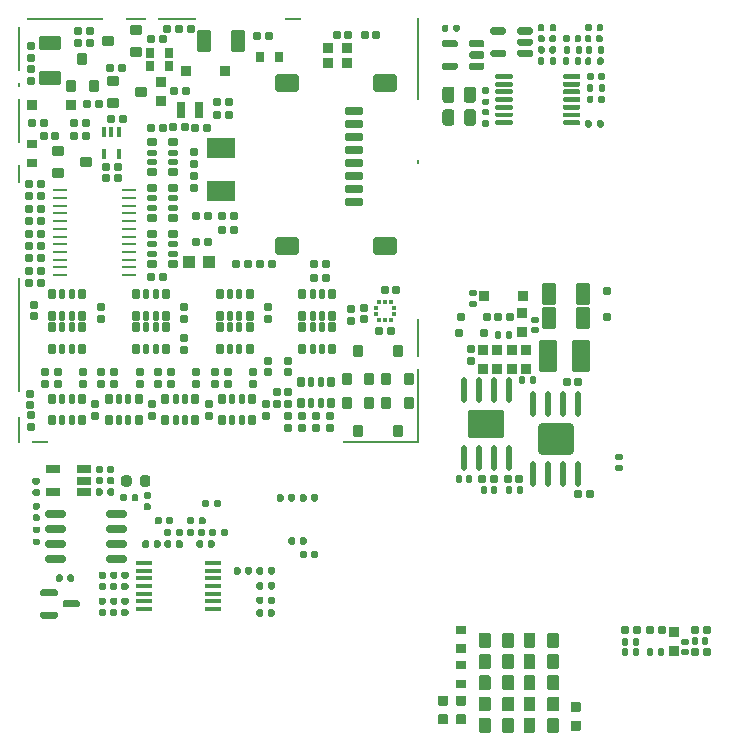
<source format=gbp>
G75*
G70*
%OFA0B0*%
%FSLAX25Y25*%
%IPPOS*%
%LPD*%
%AMOC8*
5,1,8,0,0,1.08239X$1,22.5*
%
%AMM11*
21,1,0.023620,0.018900,0.000000,0.000000,90.000000*
21,1,0.018900,0.023620,0.000000,0.000000,90.000000*
1,1,0.004720,0.009450,0.009450*
1,1,0.004720,0.009450,-0.009450*
1,1,0.004720,-0.009450,-0.009450*
1,1,0.004720,-0.009450,0.009450*
%
%AMM12*
21,1,0.019680,0.019680,0.000000,0.000000,0.000000*
21,1,0.015750,0.023620,0.000000,0.000000,0.000000*
1,1,0.003940,0.007870,-0.009840*
1,1,0.003940,-0.007870,-0.009840*
1,1,0.003940,-0.007870,0.009840*
1,1,0.003940,0.007870,0.009840*
%
%AMM13*
21,1,0.019680,0.019680,0.000000,0.000000,270.000000*
21,1,0.015750,0.023620,0.000000,0.000000,270.000000*
1,1,0.003940,-0.009840,-0.007870*
1,1,0.003940,-0.009840,0.007870*
1,1,0.003940,0.009840,0.007870*
1,1,0.003940,0.009840,-0.007870*
%
%AMM27*
21,1,0.023620,0.018900,0.000000,0.000000,0.000000*
21,1,0.018900,0.023620,0.000000,0.000000,0.000000*
1,1,0.004720,0.009450,-0.009450*
1,1,0.004720,-0.009450,-0.009450*
1,1,0.004720,-0.009450,0.009450*
1,1,0.004720,0.009450,0.009450*
%
%AMM28*
21,1,0.106300,0.050390,0.000000,0.000000,90.000000*
21,1,0.093700,0.062990,0.000000,0.000000,90.000000*
1,1,0.012600,0.025200,0.046850*
1,1,0.012600,0.025200,-0.046850*
1,1,0.012600,-0.025200,-0.046850*
1,1,0.012600,-0.025200,0.046850*
%
%AMM29*
21,1,0.033470,0.026770,0.000000,0.000000,270.000000*
21,1,0.026770,0.033470,0.000000,0.000000,270.000000*
1,1,0.006690,-0.013390,-0.013390*
1,1,0.006690,-0.013390,0.013390*
1,1,0.006690,0.013390,0.013390*
1,1,0.006690,0.013390,-0.013390*
%
%AMM30*
21,1,0.122050,0.075590,0.000000,0.000000,180.000000*
21,1,0.103150,0.094490,0.000000,0.000000,180.000000*
1,1,0.018900,-0.051580,0.037800*
1,1,0.018900,0.051580,0.037800*
1,1,0.018900,0.051580,-0.037800*
1,1,0.018900,-0.051580,-0.037800*
%
%AMM31*
21,1,0.118110,0.083460,0.000000,0.000000,0.000000*
21,1,0.097240,0.104330,0.000000,0.000000,0.000000*
1,1,0.020870,0.048620,-0.041730*
1,1,0.020870,-0.048620,-0.041730*
1,1,0.020870,-0.048620,0.041730*
1,1,0.020870,0.048620,0.041730*
%
%AMM37*
21,1,0.023620,0.018900,0.000000,0.000000,180.000000*
21,1,0.018900,0.023620,0.000000,0.000000,180.000000*
1,1,0.004720,-0.009450,0.009450*
1,1,0.004720,0.009450,0.009450*
1,1,0.004720,0.009450,-0.009450*
1,1,0.004720,-0.009450,-0.009450*
%
%AMM39*
21,1,0.025590,0.026380,0.000000,0.000000,270.000000*
21,1,0.020470,0.031500,0.000000,0.000000,270.000000*
1,1,0.005120,-0.013190,-0.010240*
1,1,0.005120,-0.013190,0.010240*
1,1,0.005120,0.013190,0.010240*
1,1,0.005120,0.013190,-0.010240*
%
%AMM40*
21,1,0.017720,0.027950,0.000000,0.000000,270.000000*
21,1,0.014170,0.031500,0.000000,0.000000,270.000000*
1,1,0.003540,-0.013980,-0.007090*
1,1,0.003540,-0.013980,0.007090*
1,1,0.003540,0.013980,0.007090*
1,1,0.003540,0.013980,-0.007090*
%
%AMM43*
21,1,0.027560,0.018900,0.000000,0.000000,90.000000*
21,1,0.022840,0.023620,0.000000,0.000000,90.000000*
1,1,0.004720,0.009450,0.011420*
1,1,0.004720,0.009450,-0.011420*
1,1,0.004720,-0.009450,-0.011420*
1,1,0.004720,-0.009450,0.011420*
%
%AMM45*
21,1,0.027560,0.018900,0.000000,0.000000,180.000000*
21,1,0.022840,0.023620,0.000000,0.000000,180.000000*
1,1,0.004720,-0.011420,0.009450*
1,1,0.004720,0.011420,0.009450*
1,1,0.004720,0.011420,-0.009450*
1,1,0.004720,-0.011420,-0.009450*
%
%AMM47*
21,1,0.035430,0.030320,0.000000,0.000000,270.000000*
21,1,0.028350,0.037400,0.000000,0.000000,270.000000*
1,1,0.007090,-0.015160,-0.014170*
1,1,0.007090,-0.015160,0.014170*
1,1,0.007090,0.015160,0.014170*
1,1,0.007090,0.015160,-0.014170*
%
%AMM50*
21,1,0.027560,0.030710,0.000000,0.000000,0.000000*
21,1,0.022050,0.036220,0.000000,0.000000,0.000000*
1,1,0.005510,0.011020,-0.015350*
1,1,0.005510,-0.011020,-0.015350*
1,1,0.005510,-0.011020,0.015350*
1,1,0.005510,0.011020,0.015350*
%
%AMM7*
21,1,0.035830,0.026770,0.000000,0.000000,0.000000*
21,1,0.029130,0.033470,0.000000,0.000000,0.000000*
1,1,0.006690,0.014570,-0.013390*
1,1,0.006690,-0.014570,-0.013390*
1,1,0.006690,-0.014570,0.013390*
1,1,0.006690,0.014570,0.013390*
%
%AMM71*
21,1,0.033470,0.026770,0.000000,0.000000,90.000000*
21,1,0.026770,0.033470,0.000000,0.000000,90.000000*
1,1,0.006690,0.013390,0.013390*
1,1,0.006690,0.013390,-0.013390*
1,1,0.006690,-0.013390,-0.013390*
1,1,0.006690,-0.013390,0.013390*
%
%AMM72*
21,1,0.025590,0.026380,0.000000,0.000000,0.000000*
21,1,0.020470,0.031500,0.000000,0.000000,0.000000*
1,1,0.005120,0.010240,-0.013190*
1,1,0.005120,-0.010240,-0.013190*
1,1,0.005120,-0.010240,0.013190*
1,1,0.005120,0.010240,0.013190*
%
%AMM73*
21,1,0.017720,0.027950,0.000000,0.000000,0.000000*
21,1,0.014170,0.031500,0.000000,0.000000,0.000000*
1,1,0.003540,0.007090,-0.013980*
1,1,0.003540,-0.007090,-0.013980*
1,1,0.003540,-0.007090,0.013980*
1,1,0.003540,0.007090,0.013980*
%
%AMM74*
21,1,0.078740,0.045670,0.000000,0.000000,180.000000*
21,1,0.067320,0.057090,0.000000,0.000000,180.000000*
1,1,0.011420,-0.033660,0.022840*
1,1,0.011420,0.033660,0.022840*
1,1,0.011420,0.033660,-0.022840*
1,1,0.011420,-0.033660,-0.022840*
%
%AMM75*
21,1,0.059060,0.020470,0.000000,0.000000,180.000000*
21,1,0.053940,0.025590,0.000000,0.000000,180.000000*
1,1,0.005120,-0.026970,0.010240*
1,1,0.005120,0.026970,0.010240*
1,1,0.005120,0.026970,-0.010240*
1,1,0.005120,-0.026970,-0.010240*
%
%AMM76*
21,1,0.035430,0.030320,0.000000,0.000000,180.000000*
21,1,0.028350,0.037400,0.000000,0.000000,180.000000*
1,1,0.007090,-0.014170,0.015160*
1,1,0.007090,0.014170,0.015160*
1,1,0.007090,0.014170,-0.015160*
1,1,0.007090,-0.014170,-0.015160*
%
%AMM77*
21,1,0.012600,0.028980,0.000000,0.000000,180.000000*
21,1,0.010080,0.031500,0.000000,0.000000,180.000000*
1,1,0.002520,-0.005040,0.014490*
1,1,0.002520,0.005040,0.014490*
1,1,0.002520,0.005040,-0.014490*
1,1,0.002520,-0.005040,-0.014490*
%
%AMM78*
21,1,0.070870,0.036220,0.000000,0.000000,0.000000*
21,1,0.061810,0.045280,0.000000,0.000000,0.000000*
1,1,0.009060,0.030910,-0.018110*
1,1,0.009060,-0.030910,-0.018110*
1,1,0.009060,-0.030910,0.018110*
1,1,0.009060,0.030910,0.018110*
%
%AMM79*
21,1,0.027560,0.049610,0.000000,0.000000,0.000000*
21,1,0.022050,0.055120,0.000000,0.000000,0.000000*
1,1,0.005510,0.011020,-0.024800*
1,1,0.005510,-0.011020,-0.024800*
1,1,0.005510,-0.011020,0.024800*
1,1,0.005510,0.011020,0.024800*
%
%AMM8*
21,1,0.070870,0.036220,0.000000,0.000000,90.000000*
21,1,0.061810,0.045280,0.000000,0.000000,90.000000*
1,1,0.009060,0.018110,0.030910*
1,1,0.009060,0.018110,-0.030910*
1,1,0.009060,-0.018110,-0.030910*
1,1,0.009060,-0.018110,0.030910*
%
%AMM80*
21,1,0.027560,0.030710,0.000000,0.000000,90.000000*
21,1,0.022050,0.036220,0.000000,0.000000,90.000000*
1,1,0.005510,0.015350,0.011020*
1,1,0.005510,0.015350,-0.011020*
1,1,0.005510,-0.015350,-0.011020*
1,1,0.005510,-0.015350,0.011020*
%
%AMM9*
21,1,0.033470,0.026770,0.000000,0.000000,0.000000*
21,1,0.026770,0.033470,0.000000,0.000000,0.000000*
1,1,0.006690,0.013390,-0.013390*
1,1,0.006690,-0.013390,-0.013390*
1,1,0.006690,-0.013390,0.013390*
1,1,0.006690,0.013390,0.013390*
%
%ADD101M7*%
%ADD102M8*%
%ADD103M9*%
%ADD105M11*%
%ADD106M12*%
%ADD107M13*%
%ADD124M27*%
%ADD125M28*%
%ADD126M29*%
%ADD127O,0.01968X0.08661*%
%ADD128M30*%
%ADD129M31*%
%ADD137M37*%
%ADD156R,0.05709X0.01772*%
%ADD157R,0.04803X0.02559*%
%ADD158M39*%
%ADD159M40*%
%ADD165M43*%
%ADD169M45*%
%ADD171M47*%
%ADD175M50*%
%ADD210M71*%
%ADD211M72*%
%ADD212M73*%
%ADD213M74*%
%ADD214M75*%
%ADD215M76*%
%ADD216R,0.01378X0.01476*%
%ADD218M77*%
%ADD219O,0.04961X0.00984*%
%ADD220M78*%
%ADD221R,0.09449X0.06693*%
%ADD222R,0.01476X0.01378*%
%ADD223M79*%
%ADD224R,0.03937X0.04331*%
%ADD225M80*%
%ADD33R,0.00787X0.14567*%
%ADD34R,0.00787X0.01575*%
%ADD35R,0.00787X0.06299*%
%ADD36R,0.00787X0.38189*%
%ADD37R,0.00787X0.09055*%
%ADD38R,0.05512X0.00787*%
%ADD39R,0.25197X0.00787*%
%ADD40R,0.06693X0.00787*%
%ADD41R,0.12992X0.00787*%
%ADD42R,0.00787X0.27559*%
%ADD43R,0.00787X0.12992*%
%ADD44R,0.00787X0.24803*%
X0287205Y0240034D02*
G01*
G75*
D101*
X0317120Y0316412D02*
D03*
X0304128Y0316412D02*
D03*
D102*
X0336980Y0316806D02*
D03*
X0325563Y0316806D02*
D03*
X0336980Y0308774D02*
D03*
X0325563Y0308774D02*
D03*
D105*
X0299607Y0294758D02*
D03*
X0299607Y0298695D02*
D03*
X0296260Y0309325D02*
D03*
X0304922Y0309325D02*
D03*
X0295473Y0304077D02*
D03*
X0304134Y0304077D02*
D03*
D106*
X0307360Y0251451D02*
D03*
X0303816Y0251451D02*
D03*
X0316751Y0288184D02*
D03*
X0320295Y0288184D02*
D03*
X0308754Y0303289D02*
D03*
X0312297Y0303289D02*
D03*
X0315978Y0251451D02*
D03*
X0312435Y0251451D02*
D03*
X0295473Y0255388D02*
D03*
X0299016Y0255388D02*
D03*
D107*
X0320958Y0304864D02*
D03*
X0320958Y0308408D02*
D03*
X0300191Y0317266D02*
D03*
X0300191Y0313722D02*
D03*
X0348955Y0258949D02*
D03*
X0348955Y0262493D02*
D03*
D124*
X0345079Y0317987D02*
D03*
X0345079Y0309325D02*
D03*
X0307163Y0255388D02*
D03*
X0303226Y0255388D02*
D03*
X0311844Y0255388D02*
D03*
X0315781Y0255388D02*
D03*
X0308557Y0309325D02*
D03*
X0312494Y0309325D02*
D03*
X0331490Y0287711D02*
D03*
X0335427Y0287711D02*
D03*
X0339266Y0250270D02*
D03*
X0335328Y0250270D02*
D03*
D125*
X0336418Y0296333D02*
D03*
X0325394Y0296333D02*
D03*
D126*
X0303740Y0292010D02*
D03*
X0303740Y0298230D02*
D03*
X0317834Y0292010D02*
D03*
X0317834Y0298230D02*
D03*
X0313143Y0292010D02*
D03*
X0313143Y0298230D02*
D03*
X0308451Y0292010D02*
D03*
X0308451Y0298230D02*
D03*
X0316653Y0304254D02*
D03*
X0316653Y0310475D02*
D03*
D127*
X0312277Y0262148D02*
D03*
X0307277Y0262148D02*
D03*
X0302277Y0262148D02*
D03*
X0297277Y0262148D02*
D03*
X0312277Y0284785D02*
D03*
X0307277Y0284785D02*
D03*
X0302277Y0284785D02*
D03*
X0297277Y0284785D02*
D03*
X0335344Y0256865D02*
D03*
X0330344Y0256865D02*
D03*
X0325344Y0256865D02*
D03*
X0320344Y0256865D02*
D03*
X0335344Y0280290D02*
D03*
X0330344Y0280290D02*
D03*
X0325344Y0280290D02*
D03*
X0320344Y0280290D02*
D03*
D128*
X0304777Y0273466D02*
D03*
D129*
X0327844Y0268577D02*
D03*
X0346457Y0194759D02*
G01*
G75*
D137*
X0374410Y0204995D02*
D03*
X0378347Y0204995D02*
D03*
X0363287Y0204995D02*
D03*
X0359350Y0204995D02*
D03*
X0354921Y0204995D02*
D03*
X0350984Y0204995D02*
D03*
X0374410Y0197712D02*
D03*
X0378347Y0197712D02*
D03*
D107*
X0371025Y0197515D02*
D03*
X0371025Y0201058D02*
D03*
D126*
X0367140Y0204228D02*
D03*
X0367140Y0198007D02*
D03*
D106*
X0354528Y0201058D02*
D03*
X0350985Y0201058D02*
D03*
X0362894Y0197515D02*
D03*
X0359351Y0197515D02*
D03*
X0377756Y0201116D02*
D03*
X0374213Y0201116D02*
D03*
X0350985Y0197515D02*
D03*
X0354528Y0197515D02*
D03*
X0287205Y0370349D02*
%LPD*%
G01*
G36*
G01*
X0304134Y0400943D02*
X0304134Y0399762D01*
G75*
G02*
X0303544Y0399171I-000591J0000000D01*
G01*
X0299508Y0399171D01*
G75*
G02*
X0298918Y0399762I0000000J0000591D01*
G01*
X0298918Y0400943D01*
G75*
G02*
X0299508Y0401533I0000591J0000000D01*
G01*
X0303544Y0401533D01*
G75*
G02*
X0304134Y0400943I0000000J-000591D01*
G01*
G37*
G36*
G01*
X0304134Y0397202D02*
X0304134Y0396021D01*
G75*
G02*
X0303544Y0395431I-000591J0000000D01*
G01*
X0299508Y0395431D01*
G75*
G02*
X0298918Y0396021I0000000J0000591D01*
G01*
X0298918Y0397202D01*
G75*
G02*
X0299508Y0397793I0000591J0000000D01*
G01*
X0303544Y0397793D01*
G75*
G02*
X0304134Y0397202I0000000J-000591D01*
G01*
G37*
G36*
G01*
X0304134Y0393462D02*
X0304134Y0392281D01*
G75*
G02*
X0303544Y0391691I-000591J0000000D01*
G01*
X0299508Y0391691D01*
G75*
G02*
X0298918Y0392281I0000000J0000591D01*
G01*
X0298918Y0393462D01*
G75*
G02*
X0299508Y0394053I0000591J0000000D01*
G01*
X0303544Y0394053D01*
G75*
G02*
X0304134Y0393462I0000000J-000591D01*
G01*
G37*
G36*
G01*
X0295177Y0393462D02*
X0295177Y0392281D01*
G75*
G02*
X0294587Y0391691I-000591J0000000D01*
G01*
X0290551Y0391691D01*
G75*
G02*
X0289961Y0392281I0000000J0000591D01*
G01*
X0289961Y0393462D01*
G75*
G02*
X0290551Y0394053I0000591J0000000D01*
G01*
X0294587Y0394053D01*
G75*
G02*
X0295177Y0393462I0000000J-000591D01*
G01*
G37*
G36*
G01*
X0295177Y0400943D02*
X0295177Y0399762D01*
G75*
G02*
X0294587Y0399171I-000591J0000000D01*
G01*
X0290551Y0399171D01*
G75*
G02*
X0289961Y0399762I0000000J0000591D01*
G01*
X0289961Y0400943D01*
G75*
G02*
X0290551Y0401533I0000591J0000000D01*
G01*
X0294587Y0401533D01*
G75*
G02*
X0295177Y0400943I0000000J-000591D01*
G01*
G37*
G36*
G01*
X0303859Y0378656D02*
X0305197Y0378656D01*
G75*
G02*
X0305748Y0378105I0000000J-000551D01*
G01*
X0305748Y0377003D01*
G75*
G02*
X0305197Y0376451I-000551J0000000D01*
G01*
X0303859Y0376451D01*
G75*
G02*
X0303307Y0377003I0000000J0000551D01*
G01*
X0303307Y0378105D01*
G75*
G02*
X0303859Y0378656I0000551J0000000D01*
G01*
G37*
G36*
G01*
X0303859Y0374877D02*
X0305197Y0374877D01*
G75*
G02*
X0305748Y0374325I0000000J-000551D01*
G01*
X0305748Y0373223D01*
G75*
G02*
X0305197Y0372672I-000551J0000000D01*
G01*
X0303859Y0372672D01*
G75*
G02*
X0303307Y0373223I0000000J0000551D01*
G01*
X0303307Y0374325D01*
G75*
G02*
X0303859Y0374877I0000551J0000000D01*
G01*
G37*
G36*
G01*
X0330374Y0401373D02*
X0330374Y0402711D01*
G75*
G02*
X0330925Y0403262I0000551J0000000D01*
G01*
X0332028Y0403262D01*
G75*
G02*
X0332579Y0402711I0000000J-000551D01*
G01*
X0332579Y0401373D01*
G75*
G02*
X0332028Y0400821I-000551J0000000D01*
G01*
X0330925Y0400821D01*
G75*
G02*
X0330374Y0401373I0000000J0000551D01*
G01*
G37*
G36*
G01*
X0334154Y0401373D02*
X0334154Y0402711D01*
G75*
G02*
X0334705Y0403262I0000551J0000000D01*
G01*
X0335807Y0403262D01*
G75*
G02*
X0336359Y0402711I0000000J-000551D01*
G01*
X0336359Y0401373D01*
G75*
G02*
X0335807Y0400821I-000551J0000000D01*
G01*
X0334705Y0400821D01*
G75*
G02*
X0334154Y0401373I0000000J0000551D01*
G01*
G37*
G36*
G01*
X0343721Y0406373D02*
X0343721Y0405034D01*
G75*
G02*
X0343170Y0404483I-000551J0000000D01*
G01*
X0342067Y0404483D01*
G75*
G02*
X0341516Y0405034I0000000J0000551D01*
G01*
X0341516Y0406373D01*
G75*
G02*
X0342067Y0406924I0000551J0000000D01*
G01*
X0343170Y0406924D01*
G75*
G02*
X0343721Y0406373I0000000J-000551D01*
G01*
G37*
G36*
G01*
X0339941Y0406373D02*
X0339941Y0405034D01*
G75*
G02*
X0339390Y0404483I-000551J0000000D01*
G01*
X0338288Y0404483D01*
G75*
G02*
X0337736Y0405034I0000000J0000551D01*
G01*
X0337736Y0406373D01*
G75*
G02*
X0338288Y0406924I0000551J0000000D01*
G01*
X0339390Y0406924D01*
G75*
G02*
X0339941Y0406373I0000000J-000551D01*
G01*
G37*
G36*
G01*
X0321969Y0397632D02*
X0321969Y0398971D01*
G75*
G02*
X0322520Y0399522I0000551J0000000D01*
G01*
X0323622Y0399522D01*
G75*
G02*
X0324174Y0398971I0000000J-000551D01*
G01*
X0324174Y0397632D01*
G75*
G02*
X0323622Y0397081I-000551J0000000D01*
G01*
X0322520Y0397081D01*
G75*
G02*
X0321969Y0397632I0000000J0000551D01*
G01*
G37*
G36*
G01*
X0325748Y0397632D02*
X0325748Y0398971D01*
G75*
G02*
X0326299Y0399522I0000551J0000000D01*
G01*
X0327402Y0399522D01*
G75*
G02*
X0327953Y0398971I0000000J-000551D01*
G01*
X0327953Y0397632D01*
G75*
G02*
X0327402Y0397081I-000551J0000000D01*
G01*
X0326299Y0397081D01*
G75*
G02*
X0325748Y0397632I0000000J0000551D01*
G01*
G37*
G36*
G01*
X0343524Y0402711D02*
X0343524Y0401373D01*
G75*
G02*
X0342973Y0400821I-000551J0000000D01*
G01*
X0341870Y0400821D01*
G75*
G02*
X0341319Y0401373I0000000J0000551D01*
G01*
X0341319Y0402711D01*
G75*
G02*
X0341870Y0403262I0000551J0000000D01*
G01*
X0342973Y0403262D01*
G75*
G02*
X0343524Y0402711I0000000J-000551D01*
G01*
G37*
G36*
G01*
X0339744Y0402711D02*
X0339744Y0401373D01*
G75*
G02*
X0339193Y0400821I-000551J0000000D01*
G01*
X0338091Y0400821D01*
G75*
G02*
X0337540Y0401373I0000000J0000551D01*
G01*
X0337540Y0402711D01*
G75*
G02*
X0338091Y0403262I0000551J0000000D01*
G01*
X0339193Y0403262D01*
G75*
G02*
X0339744Y0402711I0000000J-000551D01*
G01*
G37*
G36*
G01*
X0338248Y0381195D02*
X0338248Y0382534D01*
G75*
G02*
X0338799Y0383085I0000551J0000000D01*
G01*
X0339902Y0383085D01*
G75*
G02*
X0340453Y0382534I0000000J-000551D01*
G01*
X0340453Y0381195D01*
G75*
G02*
X0339902Y0380644I-000551J0000000D01*
G01*
X0338799Y0380644D01*
G75*
G02*
X0338248Y0381195I0000000J0000551D01*
G01*
G37*
G36*
G01*
X0342028Y0381195D02*
X0342028Y0382534D01*
G75*
G02*
X0342579Y0383085I0000551J0000000D01*
G01*
X0343681Y0383085D01*
G75*
G02*
X0344233Y0382534I0000000J-000551D01*
G01*
X0344233Y0381195D01*
G75*
G02*
X0343681Y0380644I-000551J0000000D01*
G01*
X0342579Y0380644D01*
G75*
G02*
X0342028Y0381195I0000000J0000551D01*
G01*
G37*
G36*
G01*
X0307739Y0373695D02*
X0307739Y0374483D01*
G75*
G02*
X0308133Y0374877I0000394J0000000D01*
G01*
X0313153Y0374877D01*
G75*
G02*
X0313546Y0374483I0000000J-000394D01*
G01*
X0313546Y0373695D01*
G75*
G02*
X0313153Y0373302I-000394J0000000D01*
G01*
X0308133Y0373302D01*
G75*
G02*
X0307739Y0373695I0000000J0000394D01*
G01*
G37*
G36*
G01*
X0307739Y0376255D02*
X0307739Y0377042D01*
G75*
G02*
X0308133Y0377436I0000394J0000000D01*
G01*
X0313153Y0377436D01*
G75*
G02*
X0313546Y0377042I0000000J-000394D01*
G01*
X0313546Y0376255D01*
G75*
G02*
X0313153Y0375861I-000394J0000000D01*
G01*
X0308133Y0375861D01*
G75*
G02*
X0307739Y0376255I0000000J0000394D01*
G01*
G37*
G36*
G01*
X0307739Y0378814D02*
X0307739Y0379601D01*
G75*
G02*
X0308133Y0379995I0000394J0000000D01*
G01*
X0313153Y0379995D01*
G75*
G02*
X0313546Y0379601I0000000J-000394D01*
G01*
X0313546Y0378814D01*
G75*
G02*
X0313153Y0378420I-000394J0000000D01*
G01*
X0308133Y0378420D01*
G75*
G02*
X0307739Y0378814I0000000J0000394D01*
G01*
G37*
G36*
G01*
X0307739Y0381373D02*
X0307739Y0382160D01*
G75*
G02*
X0308133Y0382554I0000394J0000000D01*
G01*
X0313153Y0382554D01*
G75*
G02*
X0313546Y0382160I0000000J-000394D01*
G01*
X0313546Y0381373D01*
G75*
G02*
X0313153Y0380979I-000394J0000000D01*
G01*
X0308133Y0380979D01*
G75*
G02*
X0307739Y0381373I0000000J0000394D01*
G01*
G37*
G36*
G01*
X0307739Y0383932D02*
X0307739Y0384719D01*
G75*
G02*
X0308133Y0385113I0000394J0000000D01*
G01*
X0313153Y0385113D01*
G75*
G02*
X0313546Y0384719I0000000J-000394D01*
G01*
X0313546Y0383932D01*
G75*
G02*
X0313153Y0383538I-000394J0000000D01*
G01*
X0308133Y0383538D01*
G75*
G02*
X0307739Y0383932I0000000J0000394D01*
G01*
G37*
G36*
G01*
X0307739Y0386491D02*
X0307739Y0387278D01*
G75*
G02*
X0308133Y0387672I0000394J0000000D01*
G01*
X0313153Y0387672D01*
G75*
G02*
X0313546Y0387278I0000000J-000394D01*
G01*
X0313546Y0386491D01*
G75*
G02*
X0313153Y0386097I-000394J0000000D01*
G01*
X0308133Y0386097D01*
G75*
G02*
X0307739Y0386491I0000000J0000394D01*
G01*
G37*
G36*
G01*
X0307739Y0389050D02*
X0307739Y0389837D01*
G75*
G02*
X0308133Y0390231I0000394J0000000D01*
G01*
X0313153Y0390231D01*
G75*
G02*
X0313546Y0389837I0000000J-000394D01*
G01*
X0313546Y0389050D01*
G75*
G02*
X0313153Y0388656I-000394J0000000D01*
G01*
X0308133Y0388656D01*
G75*
G02*
X0307739Y0389050I0000000J0000394D01*
G01*
G37*
G36*
G01*
X0330279Y0389050D02*
X0330279Y0389837D01*
G75*
G02*
X0330672Y0390231I0000394J0000000D01*
G01*
X0335692Y0390231D01*
G75*
G02*
X0336086Y0389837I0000000J-000394D01*
G01*
X0336086Y0389050D01*
G75*
G02*
X0335692Y0388656I-000394J0000000D01*
G01*
X0330672Y0388656D01*
G75*
G02*
X0330279Y0389050I0000000J0000394D01*
G01*
G37*
G36*
G01*
X0330279Y0386491D02*
X0330279Y0387278D01*
G75*
G02*
X0330672Y0387672I0000394J0000000D01*
G01*
X0335692Y0387672D01*
G75*
G02*
X0336086Y0387278I0000000J-000394D01*
G01*
X0336086Y0386491D01*
G75*
G02*
X0335692Y0386097I-000394J0000000D01*
G01*
X0330672Y0386097D01*
G75*
G02*
X0330279Y0386491I0000000J0000394D01*
G01*
G37*
G36*
G01*
X0330279Y0383932D02*
X0330279Y0384719D01*
G75*
G02*
X0330672Y0385113I0000394J0000000D01*
G01*
X0335692Y0385113D01*
G75*
G02*
X0336086Y0384719I0000000J-000394D01*
G01*
X0336086Y0383932D01*
G75*
G02*
X0335692Y0383538I-000394J0000000D01*
G01*
X0330672Y0383538D01*
G75*
G02*
X0330279Y0383932I0000000J0000394D01*
G01*
G37*
G36*
G01*
X0330279Y0381373D02*
X0330279Y0382160D01*
G75*
G02*
X0330672Y0382554I0000394J0000000D01*
G01*
X0335692Y0382554D01*
G75*
G02*
X0336086Y0382160I0000000J-000394D01*
G01*
X0336086Y0381373D01*
G75*
G02*
X0335692Y0380979I-000394J0000000D01*
G01*
X0330672Y0380979D01*
G75*
G02*
X0330279Y0381373I0000000J0000394D01*
G01*
G37*
G36*
G01*
X0330279Y0378814D02*
X0330279Y0379601D01*
G75*
G02*
X0330672Y0379995I0000394J0000000D01*
G01*
X0335692Y0379995D01*
G75*
G02*
X0336086Y0379601I0000000J-000394D01*
G01*
X0336086Y0378814D01*
G75*
G02*
X0335692Y0378420I-000394J0000000D01*
G01*
X0330672Y0378420D01*
G75*
G02*
X0330279Y0378814I0000000J0000394D01*
G01*
G37*
G36*
G01*
X0330279Y0376255D02*
X0330279Y0377042D01*
G75*
G02*
X0330672Y0377436I0000394J0000000D01*
G01*
X0335692Y0377436D01*
G75*
G02*
X0336086Y0377042I0000000J-000394D01*
G01*
X0336086Y0376255D01*
G75*
G02*
X0335692Y0375861I-000394J0000000D01*
G01*
X0330672Y0375861D01*
G75*
G02*
X0330279Y0376255I0000000J0000394D01*
G01*
G37*
G36*
G01*
X0330279Y0373695D02*
X0330279Y0374483D01*
G75*
G02*
X0330672Y0374877I0000394J0000000D01*
G01*
X0335692Y0374877D01*
G75*
G02*
X0336086Y0374483I0000000J-000394D01*
G01*
X0336086Y0373695D01*
G75*
G02*
X0335692Y0373302I-000394J0000000D01*
G01*
X0330672Y0373302D01*
G75*
G02*
X0330279Y0373695I0000000J0000394D01*
G01*
G37*
G36*
G01*
X0290096Y0381566D02*
X0290096Y0385109D01*
G75*
G02*
X0291080Y0386093I0000984J0000000D01*
G01*
X0293147Y0386093D01*
G75*
G02*
X0294131Y0385109I0000000J-000984D01*
G01*
X0294131Y0381566D01*
G75*
G02*
X0293147Y0380581I-000984J0000000D01*
G01*
X0291080Y0380581D01*
G75*
G02*
X0290096Y0381566I0000000J0000984D01*
G01*
G37*
G36*
G01*
X0297281Y0381566D02*
X0297281Y0385109D01*
G75*
G02*
X0298265Y0386093I0000984J0000000D01*
G01*
X0300332Y0386093D01*
G75*
G02*
X0301316Y0385109I0000000J-000984D01*
G01*
X0301316Y0381566D01*
G75*
G02*
X0300332Y0380581I-000984J0000000D01*
G01*
X0298265Y0380581D01*
G75*
G02*
X0297281Y0381566I0000000J0000984D01*
G01*
G37*
G36*
G01*
X0336339Y0395290D02*
X0336339Y0393833D01*
G75*
G02*
X0335807Y0393302I-000531J0000000D01*
G01*
X0334744Y0393302D01*
G75*
G02*
X0334213Y0393833I0000000J0000531D01*
G01*
X0334213Y0395290D01*
G75*
G02*
X0334744Y0395821I0000531J0000000D01*
G01*
X0335807Y0395821D01*
G75*
G02*
X0336339Y0395290I0000000J-000531D01*
G01*
G37*
G36*
G01*
X0332323Y0395290D02*
X0332323Y0393833D01*
G75*
G02*
X0331792Y0393302I-000531J0000000D01*
G01*
X0330729Y0393302D01*
G75*
G02*
X0330197Y0393833I0000000J0000531D01*
G01*
X0330197Y0395290D01*
G75*
G02*
X0330729Y0395821I0000531J0000000D01*
G01*
X0331792Y0395821D01*
G75*
G02*
X0332323Y0395290I0000000J-000531D01*
G01*
G37*
G36*
G01*
X0295906Y0406215D02*
X0295906Y0404877D01*
G75*
G02*
X0295355Y0404325I-000551J0000000D01*
G01*
X0294252Y0404325D01*
G75*
G02*
X0293701Y0404877I0000000J0000551D01*
G01*
X0293701Y0406215D01*
G75*
G02*
X0294252Y0406766I0000551J0000000D01*
G01*
X0295355Y0406766D01*
G75*
G02*
X0295906Y0406215I0000000J-000551D01*
G01*
G37*
G36*
G01*
X0292126Y0406215D02*
X0292126Y0404877D01*
G75*
G02*
X0291575Y0404325I-000551J0000000D01*
G01*
X0290473Y0404325D01*
G75*
G02*
X0289922Y0404877I0000000J0000551D01*
G01*
X0289922Y0406215D01*
G75*
G02*
X0290473Y0406766I0000551J0000000D01*
G01*
X0291575Y0406766D01*
G75*
G02*
X0292126Y0406215I0000000J-000551D01*
G01*
G37*
G36*
G01*
X0344016Y0399030D02*
X0344016Y0397573D01*
G75*
G02*
X0343485Y0397042I-000531J0000000D01*
G01*
X0342422Y0397042D01*
G75*
G02*
X0341890Y0397573I0000000J0000531D01*
G01*
X0341890Y0399030D01*
G75*
G02*
X0342422Y0399562I0000531J0000000D01*
G01*
X0343485Y0399562D01*
G75*
G02*
X0344016Y0399030I0000000J-000531D01*
G01*
G37*
G36*
G01*
X0340000Y0399030D02*
X0340000Y0397573D01*
G75*
G02*
X0339469Y0397042I-000531J0000000D01*
G01*
X0338406Y0397042D01*
G75*
G02*
X0337874Y0397573I0000000J0000531D01*
G01*
X0337874Y0399030D01*
G75*
G02*
X0338406Y0399562I0000531J0000000D01*
G01*
X0339469Y0399562D01*
G75*
G02*
X0340000Y0399030I0000000J-000531D01*
G01*
G37*
G36*
G01*
X0328083Y0395290D02*
X0328083Y0393834D01*
G75*
G02*
X0327551Y0393302I-000531J0000000D01*
G01*
X0326488Y0393302D01*
G75*
G02*
X0325957Y0393834I0000000J0000531D01*
G01*
X0325957Y0395290D01*
G75*
G02*
X0326488Y0395822I0000531J0000000D01*
G01*
X0327551Y0395822D01*
G75*
G02*
X0328083Y0395290I0000000J-000531D01*
G01*
G37*
G36*
G01*
X0324067Y0395290D02*
X0324067Y0393834D01*
G75*
G02*
X0323535Y0393302I-000531J0000000D01*
G01*
X0322472Y0393302D01*
G75*
G02*
X0321941Y0393834I0000000J0000531D01*
G01*
X0321941Y0395290D01*
G75*
G02*
X0322472Y0395822I0000531J0000000D01*
G01*
X0323535Y0395822D01*
G75*
G02*
X0324067Y0395290I0000000J-000531D01*
G01*
G37*
G36*
G01*
X0301316Y0377534D02*
X0301316Y0373991D01*
G75*
G02*
X0300332Y0373006I-000984J0000000D01*
G01*
X0298265Y0373006D01*
G75*
G02*
X0297281Y0373991I0000000J0000984D01*
G01*
X0297281Y0377534D01*
G75*
G02*
X0298265Y0378518I0000984J0000000D01*
G01*
X0300332Y0378518D01*
G75*
G02*
X0301316Y0377534I0000000J-000984D01*
G01*
G37*
G36*
G01*
X0294131Y0377534D02*
X0294131Y0373991D01*
G75*
G02*
X0293147Y0373006I-000984J0000000D01*
G01*
X0291080Y0373006D01*
G75*
G02*
X0290096Y0373991I0000000J0000984D01*
G01*
X0290096Y0377534D01*
G75*
G02*
X0291080Y0378518I0000984J0000000D01*
G01*
X0293147Y0378518D01*
G75*
G02*
X0294131Y0377534I0000000J-000984D01*
G01*
G37*
G36*
G01*
X0328032Y0406432D02*
X0328032Y0404975D01*
G75*
G02*
X0327500Y0404443I-000531J0000000D01*
G01*
X0326437Y0404443D01*
G75*
G02*
X0325906Y0404975I0000000J0000531D01*
G01*
X0325906Y0406432D01*
G75*
G02*
X0326437Y0406963I0000531J0000000D01*
G01*
X0327500Y0406963D01*
G75*
G02*
X0328032Y0406432I0000000J-000531D01*
G01*
G37*
G36*
G01*
X0324016Y0406432D02*
X0324016Y0404975D01*
G75*
G02*
X0323485Y0404443I-000531J0000000D01*
G01*
X0322422Y0404443D01*
G75*
G02*
X0321890Y0404975I0000000J0000531D01*
G01*
X0321890Y0406432D01*
G75*
G02*
X0322422Y0406963I0000531J0000000D01*
G01*
X0323485Y0406963D01*
G75*
G02*
X0324016Y0406432I0000000J-000531D01*
G01*
G37*
G36*
G01*
X0337717Y0372928D02*
X0337717Y0374384D01*
G75*
G02*
X0338248Y0374916I0000531J0000000D01*
G01*
X0339311Y0374916D01*
G75*
G02*
X0339843Y0374384I0000000J-000531D01*
G01*
X0339843Y0372928D01*
G75*
G02*
X0339311Y0372396I-000531J0000000D01*
G01*
X0338248Y0372396D01*
G75*
G02*
X0337717Y0372928I0000000J0000531D01*
G01*
G37*
G36*
G01*
X0341733Y0372928D02*
X0341733Y0374384D01*
G75*
G02*
X0342264Y0374916I0000531J0000000D01*
G01*
X0343327Y0374916D01*
G75*
G02*
X0343859Y0374384I0000000J-000531D01*
G01*
X0343859Y0372928D01*
G75*
G02*
X0343327Y0372396I-000531J0000000D01*
G01*
X0342264Y0372396D01*
G75*
G02*
X0341733Y0372928I0000000J0000531D01*
G01*
G37*
G36*
G01*
X0338170Y0384877D02*
X0338170Y0386333D01*
G75*
G02*
X0338701Y0386865I0000531J0000000D01*
G01*
X0339764Y0386865D01*
G75*
G02*
X0340296Y0386333I0000000J-000531D01*
G01*
X0340296Y0384877D01*
G75*
G02*
X0339764Y0384345I-000531J0000000D01*
G01*
X0338701Y0384345D01*
G75*
G02*
X0338170Y0384877I0000000J0000531D01*
G01*
G37*
G36*
G01*
X0342185Y0384877D02*
X0342185Y0386333D01*
G75*
G02*
X0342717Y0386865I0000531J0000000D01*
G01*
X0343780Y0386865D01*
G75*
G02*
X0344311Y0386333I0000000J-000531D01*
G01*
X0344311Y0384877D01*
G75*
G02*
X0343780Y0384345I-000531J0000000D01*
G01*
X0342717Y0384345D01*
G75*
G02*
X0342185Y0384877I0000000J0000531D01*
G01*
G37*
G36*
G01*
X0336634Y0399030D02*
X0336634Y0397573D01*
G75*
G02*
X0336103Y0397042I-000531J0000000D01*
G01*
X0335040Y0397042D01*
G75*
G02*
X0334508Y0397573I0000000J0000531D01*
G01*
X0334508Y0399030D01*
G75*
G02*
X0335040Y0399562I0000531J0000000D01*
G01*
X0336103Y0399562D01*
G75*
G02*
X0336634Y0399030I0000000J-000531D01*
G01*
G37*
G36*
G01*
X0332618Y0399030D02*
X0332618Y0397573D01*
G75*
G02*
X0332087Y0397042I-000531J0000000D01*
G01*
X0331024Y0397042D01*
G75*
G02*
X0330492Y0397573I0000000J0000531D01*
G01*
X0330492Y0399030D01*
G75*
G02*
X0331024Y0399562I0000531J0000000D01*
G01*
X0332087Y0399562D01*
G75*
G02*
X0332618Y0399030I0000000J-000531D01*
G01*
G37*
G36*
G01*
X0344331Y0390113D02*
X0344331Y0388774D01*
G75*
G02*
X0343780Y0388223I-000551J0000000D01*
G01*
X0342677Y0388223D01*
G75*
G02*
X0342126Y0388774I0000000J0000551D01*
G01*
X0342126Y0390113D01*
G75*
G02*
X0342677Y0390664I0000551J0000000D01*
G01*
X0343780Y0390664D01*
G75*
G02*
X0344331Y0390113I0000000J-000551D01*
G01*
G37*
G36*
G01*
X0340551Y0390113D02*
X0340551Y0388774D01*
G75*
G02*
X0340000Y0388223I-000551J0000000D01*
G01*
X0338898Y0388223D01*
G75*
G02*
X0338347Y0388774I0000000J0000551D01*
G01*
X0338347Y0390113D01*
G75*
G02*
X0338898Y0390664I0000551J0000000D01*
G01*
X0340000Y0390664D01*
G75*
G02*
X0340551Y0390113I0000000J-000551D01*
G01*
G37*
G36*
G01*
X0305183Y0379898D02*
X0303845Y0379898D01*
G75*
G02*
X0303293Y0380449I0000000J0000551D01*
G01*
X0303293Y0381551D01*
G75*
G02*
X0303845Y0382103I0000551J0000000D01*
G01*
X0305183Y0382103D01*
G75*
G02*
X0305734Y0381551I0000000J-000551D01*
G01*
X0305734Y0380449D01*
G75*
G02*
X0305183Y0379898I-000551J0000000D01*
G01*
G37*
G36*
G01*
X0305183Y0383677D02*
X0303845Y0383677D01*
G75*
G02*
X0303293Y0384228I0000000J0000551D01*
G01*
X0303293Y0385331D01*
G75*
G02*
X0303845Y0385882I0000551J0000000D01*
G01*
X0305183Y0385882D01*
G75*
G02*
X0305734Y0385331I0000000J-000551D01*
G01*
X0305734Y0384228D01*
G75*
G02*
X0305183Y0383677I-000551J0000000D01*
G01*
G37*
G36*
G01*
X0337677Y0393833D02*
X0337677Y0395290D01*
G75*
G02*
X0338209Y0395821I0000531J0000000D01*
G01*
X0339272Y0395821D01*
G75*
G02*
X0339803Y0395290I0000000J-000531D01*
G01*
X0339803Y0393833D01*
G75*
G02*
X0339272Y0393302I-000531J0000000D01*
G01*
X0338209Y0393302D01*
G75*
G02*
X0337677Y0393833I0000000J0000531D01*
G01*
G37*
G36*
G01*
X0341693Y0393833D02*
X0341693Y0395290D01*
G75*
G02*
X0342225Y0395821I0000531J0000000D01*
G01*
X0343288Y0395821D01*
G75*
G02*
X0343819Y0395290I0000000J-000531D01*
G01*
X0343819Y0393833D01*
G75*
G02*
X0343288Y0393302I-000531J0000000D01*
G01*
X0342225Y0393302D01*
G75*
G02*
X0341693Y0393833I0000000J0000531D01*
G01*
G37*
G36*
G01*
X0320276Y0405192D02*
X0320276Y0404010D01*
G75*
G02*
X0319685Y0403420I-000591J0000000D01*
G01*
X0315650Y0403420D01*
G75*
G02*
X0315059Y0404010I0000000J0000591D01*
G01*
X0315059Y0405192D01*
G75*
G02*
X0315650Y0405782I0000591J0000000D01*
G01*
X0319685Y0405782D01*
G75*
G02*
X0320276Y0405192I0000000J-000591D01*
G01*
G37*
G36*
G01*
X0320276Y0401451D02*
X0320276Y0400270D01*
G75*
G02*
X0319685Y0399680I-000591J0000000D01*
G01*
X0315650Y0399680D01*
G75*
G02*
X0315059Y0400270I0000000J0000591D01*
G01*
X0315059Y0401451D01*
G75*
G02*
X0315650Y0402042I0000591J0000000D01*
G01*
X0319685Y0402042D01*
G75*
G02*
X0320276Y0401451I0000000J-000591D01*
G01*
G37*
G36*
G01*
X0320276Y0397711D02*
X0320276Y0396530D01*
G75*
G02*
X0319685Y0395940I-000591J0000000D01*
G01*
X0315650Y0395940D01*
G75*
G02*
X0315059Y0396530I0000000J0000591D01*
G01*
X0315059Y0397711D01*
G75*
G02*
X0315650Y0398302I0000591J0000000D01*
G01*
X0319685Y0398302D01*
G75*
G02*
X0320276Y0397711I0000000J-000591D01*
G01*
G37*
G36*
G01*
X0311319Y0397711D02*
X0311319Y0396530D01*
G75*
G02*
X0310729Y0395940I-000591J0000000D01*
G01*
X0306693Y0395940D01*
G75*
G02*
X0306103Y0396530I0000000J0000591D01*
G01*
X0306103Y0397711D01*
G75*
G02*
X0306693Y0398302I0000591J0000000D01*
G01*
X0310729Y0398302D01*
G75*
G02*
X0311319Y0397711I0000000J-000591D01*
G01*
G37*
G36*
G01*
X0311319Y0405192D02*
X0311319Y0404010D01*
G75*
G02*
X0310729Y0403420I-000591J0000000D01*
G01*
X0306693Y0403420D01*
G75*
G02*
X0306103Y0404010I0000000J0000591D01*
G01*
X0306103Y0405192D01*
G75*
G02*
X0306693Y0405782I0000591J0000000D01*
G01*
X0310729Y0405782D01*
G75*
G02*
X0311319Y0405192I0000000J-000591D01*
G01*
G37*
G36*
G01*
X0321969Y0401373D02*
X0321969Y0402711D01*
G75*
G02*
X0322520Y0403262I0000551J0000000D01*
G01*
X0323622Y0403262D01*
G75*
G02*
X0324174Y0402711I0000000J-000551D01*
G01*
X0324174Y0401373D01*
G75*
G02*
X0323622Y0400821I-000551J0000000D01*
G01*
X0322520Y0400821D01*
G75*
G02*
X0321969Y0401373I0000000J0000551D01*
G01*
G37*
G36*
G01*
X0325748Y0401373D02*
X0325748Y0402711D01*
G75*
G02*
X0326299Y0403262I0000551J0000000D01*
G01*
X0327402Y0403262D01*
G75*
G02*
X0327953Y0402711I0000000J-000551D01*
G01*
X0327953Y0401373D01*
G75*
G02*
X0327402Y0400821I-000551J0000000D01*
G01*
X0326299Y0400821D01*
G75*
G02*
X0325748Y0401373I0000000J0000551D01*
G01*
G37*
X0287205Y0326845D02*
%LPD*%
G01*
X0287205Y0168381D02*
%LPD*%
G01*
G36*
G01*
X0297835Y0185546D02*
X0294764Y0185546D01*
G75*
G02*
X0294488Y0185822I0000000J0000276D01*
G01*
X0294488Y0188027D01*
G75*
G02*
X0294764Y0188302I0000276J0000000D01*
G01*
X0297835Y0188302D01*
G75*
G02*
X0298111Y0188027I0000000J-000276D01*
G01*
X0298111Y0185822D01*
G75*
G02*
X0297835Y0185546I-000276J0000000D01*
G01*
G37*
G36*
G01*
X0297835Y0191846D02*
X0294764Y0191846D01*
G75*
G02*
X0294488Y0192121I0000000J0000276D01*
G01*
X0294488Y0194326D01*
G75*
G02*
X0294764Y0194601I0000276J0000000D01*
G01*
X0297835Y0194601D01*
G75*
G02*
X0298111Y0194326I0000000J-000276D01*
G01*
X0298111Y0192121D01*
G75*
G02*
X0297835Y0191846I-000276J0000000D01*
G01*
G37*
G36*
G01*
X0294764Y0206412D02*
X0297835Y0206412D01*
G75*
G02*
X0298111Y0206137I0000000J-000276D01*
G01*
X0298111Y0203932D01*
G75*
G02*
X0297835Y0203657I-000276J0000000D01*
G01*
X0294764Y0203657D01*
G75*
G02*
X0294488Y0203932I0000000J0000276D01*
G01*
X0294488Y0206137D01*
G75*
G02*
X0294764Y0206412I0000276J0000000D01*
G01*
G37*
G36*
G01*
X0294764Y0200113D02*
X0297835Y0200113D01*
G75*
G02*
X0298111Y0199838I0000000J-000276D01*
G01*
X0298111Y0197633D01*
G75*
G02*
X0297835Y0197357I-000276J0000000D01*
G01*
X0294764Y0197357D01*
G75*
G02*
X0294488Y0197633I0000000J0000276D01*
G01*
X0294488Y0199838D01*
G75*
G02*
X0294764Y0200113I0000276J0000000D01*
G01*
G37*
G36*
G01*
X0314016Y0203558D02*
X0314016Y0199424D01*
G75*
G02*
X0313622Y0199031I-000394J0000000D01*
G01*
X0310473Y0199031D01*
G75*
G02*
X0310079Y0199424I0000000J0000394D01*
G01*
X0310079Y0203558D01*
G75*
G02*
X0310473Y0203952I0000394J0000000D01*
G01*
X0313622Y0203952D01*
G75*
G02*
X0314016Y0203558I0000000J-000394D01*
G01*
G37*
G36*
G01*
X0306142Y0203558D02*
X0306142Y0199424D01*
G75*
G02*
X0305748Y0199031I-000394J0000000D01*
G01*
X0302599Y0199031D01*
G75*
G02*
X0302205Y0199424I0000000J0000394D01*
G01*
X0302205Y0203558D01*
G75*
G02*
X0302599Y0203952I0000394J0000000D01*
G01*
X0305748Y0203952D01*
G75*
G02*
X0306142Y0203558I0000000J-000394D01*
G01*
G37*
G36*
G01*
X0317166Y0185251D02*
X0317166Y0189385D01*
G75*
G02*
X0317559Y0189779I0000394J0000000D01*
G01*
X0320709Y0189779D01*
G75*
G02*
X0321103Y0189385I0000000J-000394D01*
G01*
X0321103Y0185251D01*
G75*
G02*
X0320709Y0184857I-000394J0000000D01*
G01*
X0317559Y0184857D01*
G75*
G02*
X0317166Y0185251I0000000J0000394D01*
G01*
G37*
G36*
G01*
X0325040Y0185251D02*
X0325040Y0189385D01*
G75*
G02*
X0325433Y0189779I0000394J0000000D01*
G01*
X0328583Y0189779D01*
G75*
G02*
X0328977Y0189385I0000000J-000394D01*
G01*
X0328977Y0185251D01*
G75*
G02*
X0328583Y0184857I-000394J0000000D01*
G01*
X0325433Y0184857D01*
G75*
G02*
X0325040Y0185251I0000000J0000394D01*
G01*
G37*
G36*
G01*
X0289055Y0183046D02*
X0291733Y0183046D01*
G75*
G02*
X0292067Y0182712I0000000J-000335D01*
G01*
X0292067Y0180035D01*
G75*
G02*
X0291733Y0179700I-000335J0000000D01*
G01*
X0289055Y0179700D01*
G75*
G02*
X0288721Y0180035I0000000J0000335D01*
G01*
X0288721Y0182712D01*
G75*
G02*
X0289055Y0183046I0000335J0000000D01*
G01*
G37*
G36*
G01*
X0289055Y0176826D02*
X0291733Y0176826D01*
G75*
G02*
X0292067Y0176491I0000000J-000335D01*
G01*
X0292067Y0173814D01*
G75*
G02*
X0291733Y0173479I-000335J0000000D01*
G01*
X0289055Y0173479D01*
G75*
G02*
X0288721Y0173814I0000000J0000335D01*
G01*
X0288721Y0176491D01*
G75*
G02*
X0289055Y0176826I0000335J0000000D01*
G01*
G37*
G36*
G01*
X0333150Y0180979D02*
X0335827Y0180979D01*
G75*
G02*
X0336162Y0180645I0000000J-000335D01*
G01*
X0336162Y0177968D01*
G75*
G02*
X0335827Y0177633I-000335J0000000D01*
G01*
X0333150Y0177633D01*
G75*
G02*
X0332815Y0177968I0000000J0000335D01*
G01*
X0332815Y0180645D01*
G75*
G02*
X0333150Y0180979I0000335J0000000D01*
G01*
G37*
G36*
G01*
X0333150Y0174759D02*
X0335827Y0174759D01*
G75*
G02*
X0336162Y0174424I0000000J-000335D01*
G01*
X0336162Y0171747D01*
G75*
G02*
X0335827Y0171412I-000335J0000000D01*
G01*
X0333150Y0171412D01*
G75*
G02*
X0332815Y0171747I0000000J0000335D01*
G01*
X0332815Y0174424D01*
G75*
G02*
X0333150Y0174759I0000335J0000000D01*
G01*
G37*
G36*
G01*
X0314016Y0196472D02*
X0314016Y0192338D01*
G75*
G02*
X0313622Y0191944I-000394J0000000D01*
G01*
X0310473Y0191944D01*
G75*
G02*
X0310079Y0192338I0000000J0000394D01*
G01*
X0310079Y0196472D01*
G75*
G02*
X0310473Y0196865I0000394J0000000D01*
G01*
X0313622Y0196865D01*
G75*
G02*
X0314016Y0196472I0000000J-000394D01*
G01*
G37*
G36*
G01*
X0306142Y0196472D02*
X0306142Y0192338D01*
G75*
G02*
X0305748Y0191944I-000394J0000000D01*
G01*
X0302599Y0191944D01*
G75*
G02*
X0302205Y0192338I0000000J0000394D01*
G01*
X0302205Y0196472D01*
G75*
G02*
X0302599Y0196865I0000394J0000000D01*
G01*
X0305748Y0196865D01*
G75*
G02*
X0306142Y0196472I0000000J-000394D01*
G01*
G37*
G36*
G01*
X0317166Y0192338D02*
X0317166Y0196472D01*
G75*
G02*
X0317559Y0196865I0000394J0000000D01*
G01*
X0320709Y0196865D01*
G75*
G02*
X0321103Y0196472I0000000J-000394D01*
G01*
X0321103Y0192338D01*
G75*
G02*
X0320709Y0191944I-000394J0000000D01*
G01*
X0317559Y0191944D01*
G75*
G02*
X0317166Y0192338I0000000J0000394D01*
G01*
G37*
G36*
G01*
X0325040Y0192338D02*
X0325040Y0196472D01*
G75*
G02*
X0325433Y0196865I0000394J0000000D01*
G01*
X0328583Y0196865D01*
G75*
G02*
X0328977Y0196472I0000000J-000394D01*
G01*
X0328977Y0192338D01*
G75*
G02*
X0328583Y0191944I-000394J0000000D01*
G01*
X0325433Y0191944D01*
G75*
G02*
X0325040Y0192338I0000000J0000394D01*
G01*
G37*
G36*
G01*
X0314016Y0182298D02*
X0314016Y0178164D01*
G75*
G02*
X0313622Y0177771I-000394J0000000D01*
G01*
X0310473Y0177771D01*
G75*
G02*
X0310079Y0178164I0000000J0000394D01*
G01*
X0310079Y0182298D01*
G75*
G02*
X0310473Y0182692I0000394J0000000D01*
G01*
X0313622Y0182692D01*
G75*
G02*
X0314016Y0182298I0000000J-000394D01*
G01*
G37*
G36*
G01*
X0306142Y0182298D02*
X0306142Y0178164D01*
G75*
G02*
X0305748Y0177771I-000394J0000000D01*
G01*
X0302599Y0177771D01*
G75*
G02*
X0302205Y0178164I0000000J0000394D01*
G01*
X0302205Y0182298D01*
G75*
G02*
X0302599Y0182692I0000394J0000000D01*
G01*
X0305748Y0182692D01*
G75*
G02*
X0306142Y0182298I0000000J-000394D01*
G01*
G37*
G36*
G01*
X0317166Y0171078D02*
X0317166Y0175212D01*
G75*
G02*
X0317559Y0175605I0000394J0000000D01*
G01*
X0320709Y0175605D01*
G75*
G02*
X0321103Y0175212I0000000J-000394D01*
G01*
X0321103Y0171078D01*
G75*
G02*
X0320709Y0170684I-000394J0000000D01*
G01*
X0317559Y0170684D01*
G75*
G02*
X0317166Y0171078I0000000J0000394D01*
G01*
G37*
G36*
G01*
X0325040Y0171078D02*
X0325040Y0175212D01*
G75*
G02*
X0325433Y0175605I0000394J0000000D01*
G01*
X0328583Y0175605D01*
G75*
G02*
X0328977Y0175212I0000000J-000394D01*
G01*
X0328977Y0171078D01*
G75*
G02*
X0328583Y0170684I-000394J0000000D01*
G01*
X0325433Y0170684D01*
G75*
G02*
X0325040Y0171078I0000000J0000394D01*
G01*
G37*
G36*
G01*
X0294961Y0183046D02*
X0297638Y0183046D01*
G75*
G02*
X0297973Y0182712I0000000J-000335D01*
G01*
X0297973Y0180035D01*
G75*
G02*
X0297638Y0179700I-000335J0000000D01*
G01*
X0294961Y0179700D01*
G75*
G02*
X0294626Y0180035I0000000J0000335D01*
G01*
X0294626Y0182712D01*
G75*
G02*
X0294961Y0183046I0000335J0000000D01*
G01*
G37*
G36*
G01*
X0294961Y0176826D02*
X0297638Y0176826D01*
G75*
G02*
X0297973Y0176491I0000000J-000335D01*
G01*
X0297973Y0173814D01*
G75*
G02*
X0297638Y0173479I-000335J0000000D01*
G01*
X0294961Y0173479D01*
G75*
G02*
X0294626Y0173814I0000000J0000335D01*
G01*
X0294626Y0176491D01*
G75*
G02*
X0294961Y0176826I0000335J0000000D01*
G01*
G37*
G36*
G01*
X0314016Y0175212D02*
X0314016Y0171078D01*
G75*
G02*
X0313622Y0170684I-000394J0000000D01*
G01*
X0310473Y0170684D01*
G75*
G02*
X0310079Y0171078I0000000J0000394D01*
G01*
X0310079Y0175212D01*
G75*
G02*
X0310473Y0175605I0000394J0000000D01*
G01*
X0313622Y0175605D01*
G75*
G02*
X0314016Y0175212I0000000J-000394D01*
G01*
G37*
G36*
G01*
X0306142Y0175212D02*
X0306142Y0171078D01*
G75*
G02*
X0305748Y0170684I-000394J0000000D01*
G01*
X0302599Y0170684D01*
G75*
G02*
X0302205Y0171078I0000000J0000394D01*
G01*
X0302205Y0175212D01*
G75*
G02*
X0302599Y0175605I0000394J0000000D01*
G01*
X0305748Y0175605D01*
G75*
G02*
X0306142Y0175212I0000000J-000394D01*
G01*
G37*
G36*
G01*
X0317166Y0178164D02*
X0317166Y0182298D01*
G75*
G02*
X0317559Y0182692I0000394J0000000D01*
G01*
X0320709Y0182692D01*
G75*
G02*
X0321103Y0182298I0000000J-000394D01*
G01*
X0321103Y0178164D01*
G75*
G02*
X0320709Y0177771I-000394J0000000D01*
G01*
X0317559Y0177771D01*
G75*
G02*
X0317166Y0178164I0000000J0000394D01*
G01*
G37*
G36*
G01*
X0325040Y0178164D02*
X0325040Y0182298D01*
G75*
G02*
X0325433Y0182692I0000394J0000000D01*
G01*
X0328583Y0182692D01*
G75*
G02*
X0328977Y0182298I0000000J-000394D01*
G01*
X0328977Y0178164D01*
G75*
G02*
X0328583Y0177771I-000394J0000000D01*
G01*
X0325433Y0177771D01*
G75*
G02*
X0325040Y0178164I0000000J0000394D01*
G01*
G37*
G36*
G01*
X0317166Y0199424D02*
X0317166Y0203558D01*
G75*
G02*
X0317559Y0203952I0000394J0000000D01*
G01*
X0320709Y0203952D01*
G75*
G02*
X0321103Y0203558I0000000J-000394D01*
G01*
X0321103Y0199424D01*
G75*
G02*
X0320709Y0199031I-000394J0000000D01*
G01*
X0317559Y0199031D01*
G75*
G02*
X0317166Y0199424I0000000J0000394D01*
G01*
G37*
G36*
G01*
X0325040Y0199424D02*
X0325040Y0203558D01*
G75*
G02*
X0325433Y0203952I0000394J0000000D01*
G01*
X0328583Y0203952D01*
G75*
G02*
X0328977Y0203558I0000000J-000394D01*
G01*
X0328977Y0199424D01*
G75*
G02*
X0328583Y0199031I-000394J0000000D01*
G01*
X0325433Y0199031D01*
G75*
G02*
X0325040Y0199424I0000000J0000394D01*
G01*
G37*
G36*
G01*
X0314016Y0189385D02*
X0314016Y0185251D01*
G75*
G02*
X0313622Y0184857I-000394J0000000D01*
G01*
X0310473Y0184857D01*
G75*
G02*
X0310079Y0185251I0000000J0000394D01*
G01*
X0310079Y0189385D01*
G75*
G02*
X0310473Y0189779I0000394J0000000D01*
G01*
X0313622Y0189779D01*
G75*
G02*
X0314016Y0189385I0000000J-000394D01*
G01*
G37*
G36*
G01*
X0306142Y0189385D02*
X0306142Y0185251D01*
G75*
G02*
X0305748Y0184857I-000394J0000000D01*
G01*
X0302599Y0184857D01*
G75*
G02*
X0302205Y0185251I0000000J0000394D01*
G01*
X0302205Y0189385D01*
G75*
G02*
X0302599Y0189779I0000394J0000000D01*
G01*
X0305748Y0189779D01*
G75*
G02*
X0306142Y0189385I0000000J-000394D01*
G01*
G37*
X0148425Y0206767D02*
%LPD*%
G01*
G36*
G01*
X0228130Y0214126D02*
X0228130Y0215484D01*
G75*
G02*
X0228710Y0216065I0000581J0000000D01*
G01*
X0229872Y0216065D01*
G75*
G02*
X0230453Y0215484I0000000J-000581D01*
G01*
X0230453Y0214126D01*
G75*
G02*
X0229872Y0213545I-000581J0000000D01*
G01*
X0228710Y0213545D01*
G75*
G02*
X0228130Y0214126I0000000J0000581D01*
G01*
G37*
G36*
G01*
X0231949Y0214126D02*
X0231949Y0215484D01*
G75*
G02*
X0232529Y0216065I0000581J0000000D01*
G01*
X0233691Y0216065D01*
G75*
G02*
X0234271Y0215484I0000000J-000581D01*
G01*
X0234271Y0214126D01*
G75*
G02*
X0233691Y0213545I-000581J0000000D01*
G01*
X0232529Y0213545D01*
G75*
G02*
X0231949Y0214126I0000000J0000581D01*
G01*
G37*
G36*
G01*
X0242598Y0229415D02*
X0242598Y0230773D01*
G75*
G02*
X0243179Y0231354I0000581J0000000D01*
G01*
X0244340Y0231354D01*
G75*
G02*
X0244921Y0230773I0000000J-000581D01*
G01*
X0244921Y0229415D01*
G75*
G02*
X0244340Y0228834I-000581J0000000D01*
G01*
X0243179Y0228834D01*
G75*
G02*
X0242598Y0229415I0000000J0000581D01*
G01*
G37*
G36*
G01*
X0246417Y0229415D02*
X0246417Y0230773D01*
G75*
G02*
X0246998Y0231354I0000581J0000000D01*
G01*
X0248159Y0231354D01*
G75*
G02*
X0248740Y0230773I0000000J-000581D01*
G01*
X0248740Y0229415D01*
G75*
G02*
X0248159Y0228834I-000581J0000000D01*
G01*
X0246998Y0228834D01*
G75*
G02*
X0246417Y0229415I0000000J0000581D01*
G01*
G37*
G36*
G01*
X0192716Y0255611D02*
X0192716Y0253593D01*
G75*
G02*
X0191855Y0252732I-000861J0000000D01*
G01*
X0190133Y0252732D01*
G75*
G02*
X0189271Y0253593I0000000J0000861D01*
G01*
X0189271Y0255611D01*
G75*
G02*
X0190133Y0256472I0000861J0000000D01*
G01*
X0191855Y0256472D01*
G75*
G02*
X0192716Y0255611I0000000J-000861D01*
G01*
G37*
G36*
G01*
X0186516Y0255611D02*
X0186516Y0253593D01*
G75*
G02*
X0185654Y0252732I-000861J0000000D01*
G01*
X0183932Y0252732D01*
G75*
G02*
X0183071Y0253593I0000000J0000861D01*
G01*
X0183071Y0255611D01*
G75*
G02*
X0183932Y0256472I0000861J0000000D01*
G01*
X0185654Y0256472D01*
G75*
G02*
X0186516Y0255611I0000000J-000861D01*
G01*
G37*
G36*
G01*
X0234271Y0211285D02*
X0234271Y0209926D01*
G75*
G02*
X0233691Y0209346I-000581J0000000D01*
G01*
X0232529Y0209346D01*
G75*
G02*
X0231949Y0209926I0000000J0000581D01*
G01*
X0231949Y0211285D01*
G75*
G02*
X0232529Y0211865I0000581J0000000D01*
G01*
X0233691Y0211865D01*
G75*
G02*
X0234271Y0211285I0000000J-000581D01*
G01*
G37*
G36*
G01*
X0230453Y0211285D02*
X0230453Y0209926D01*
G75*
G02*
X0229872Y0209346I-000581J0000000D01*
G01*
X0228710Y0209346D01*
G75*
G02*
X0228130Y0209926I0000000J0000581D01*
G01*
X0228130Y0211285D01*
G75*
G02*
X0228710Y0211865I0000581J0000000D01*
G01*
X0229872Y0211865D01*
G75*
G02*
X0230453Y0211285I0000000J-000581D01*
G01*
G37*
G36*
G01*
X0174570Y0250281D02*
X0174570Y0251639D01*
G75*
G02*
X0175150Y0252220I0000581J0000000D01*
G01*
X0176312Y0252220D01*
G75*
G02*
X0176892Y0251639I0000000J-000581D01*
G01*
X0176892Y0250281D01*
G75*
G02*
X0176312Y0249700I-000581J0000000D01*
G01*
X0175150Y0249700D01*
G75*
G02*
X0174570Y0250281I0000000J0000581D01*
G01*
G37*
G36*
G01*
X0178388Y0250281D02*
X0178388Y0251639D01*
G75*
G02*
X0178969Y0252220I0000581J0000000D01*
G01*
X0180131Y0252220D01*
G75*
G02*
X0180711Y0251639I0000000J-000581D01*
G01*
X0180711Y0250281D01*
G75*
G02*
X0180131Y0249700I-000581J0000000D01*
G01*
X0178969Y0249700D01*
G75*
G02*
X0178388Y0250281I0000000J0000581D01*
G01*
G37*
G36*
G01*
X0182657Y0248411D02*
X0182657Y0249769D01*
G75*
G02*
X0183238Y0250350I0000581J0000000D01*
G01*
X0184399Y0250350D01*
G75*
G02*
X0184980Y0249769I0000000J-000581D01*
G01*
X0184980Y0248411D01*
G75*
G02*
X0184399Y0247830I-000581J0000000D01*
G01*
X0183238Y0247830D01*
G75*
G02*
X0182657Y0248411I0000000J0000581D01*
G01*
G37*
G36*
G01*
X0186476Y0248411D02*
X0186476Y0249769D01*
G75*
G02*
X0187057Y0250350I0000581J0000000D01*
G01*
X0188218Y0250350D01*
G75*
G02*
X0188799Y0249769I0000000J-000581D01*
G01*
X0188799Y0248411D01*
G75*
G02*
X0188218Y0247830I-000581J0000000D01*
G01*
X0187057Y0247830D01*
G75*
G02*
X0186476Y0248411I0000000J0000581D01*
G01*
G37*
G36*
G01*
X0154045Y0255743D02*
X0155403Y0255743D01*
G75*
G02*
X0155984Y0255163I0000000J-000581D01*
G01*
X0155984Y0254001D01*
G75*
G02*
X0155403Y0253421I-000581J0000000D01*
G01*
X0154045Y0253421D01*
G75*
G02*
X0153464Y0254001I0000000J0000581D01*
G01*
X0153464Y0255163D01*
G75*
G02*
X0154045Y0255743I0000581J0000000D01*
G01*
G37*
G36*
G01*
X0154045Y0251924D02*
X0155403Y0251924D01*
G75*
G02*
X0155984Y0251344I0000000J-000581D01*
G01*
X0155984Y0250182D01*
G75*
G02*
X0155403Y0249602I-000581J0000000D01*
G01*
X0154045Y0249602D01*
G75*
G02*
X0153464Y0250182I0000000J0000581D01*
G01*
X0153464Y0251344D01*
G75*
G02*
X0154045Y0251924I0000581J0000000D01*
G01*
G37*
G36*
G01*
X0203563Y0238155D02*
X0203563Y0236797D01*
G75*
G02*
X0202982Y0236216I-000581J0000000D01*
G01*
X0201821Y0236216D01*
G75*
G02*
X0201240Y0236797I0000000J0000581D01*
G01*
X0201240Y0238155D01*
G75*
G02*
X0201821Y0238736I0000581J0000000D01*
G01*
X0202982Y0238736D01*
G75*
G02*
X0203563Y0238155I0000000J-000581D01*
G01*
G37*
G36*
G01*
X0199744Y0238155D02*
X0199744Y0236797D01*
G75*
G02*
X0199163Y0236216I-000581J0000000D01*
G01*
X0198002Y0236216D01*
G75*
G02*
X0197421Y0236797I0000000J0000581D01*
G01*
X0197421Y0238155D01*
G75*
G02*
X0198002Y0238736I0000581J0000000D01*
G01*
X0199163Y0238736D01*
G75*
G02*
X0199744Y0238155I0000000J-000581D01*
G01*
G37*
G36*
G01*
X0197421Y0232860D02*
X0197421Y0234218D01*
G75*
G02*
X0198002Y0234798I0000581J0000000D01*
G01*
X0199163Y0234798D01*
G75*
G02*
X0199744Y0234218I0000000J-000581D01*
G01*
X0199744Y0232860D01*
G75*
G02*
X0199163Y0232279I-000581J0000000D01*
G01*
X0198002Y0232279D01*
G75*
G02*
X0197421Y0232860I0000000J0000581D01*
G01*
G37*
G36*
G01*
X0201240Y0232860D02*
X0201240Y0234218D01*
G75*
G02*
X0201821Y0234798I0000581J0000000D01*
G01*
X0202982Y0234798D01*
G75*
G02*
X0203563Y0234218I0000000J-000581D01*
G01*
X0203563Y0232860D01*
G75*
G02*
X0202982Y0232279I-000581J0000000D01*
G01*
X0201821Y0232279D01*
G75*
G02*
X0201240Y0232860I0000000J0000581D01*
G01*
G37*
G36*
G01*
X0244901Y0235300D02*
X0244901Y0233942D01*
G75*
G02*
X0244321Y0233361I-000581J0000000D01*
G01*
X0243159Y0233361D01*
G75*
G02*
X0242579Y0233942I0000000J0000581D01*
G01*
X0242579Y0235300D01*
G75*
G02*
X0243159Y0235881I0000581J0000000D01*
G01*
X0244321Y0235881D01*
G75*
G02*
X0244901Y0235300I0000000J-000581D01*
G01*
G37*
G36*
G01*
X0241082Y0235300D02*
X0241082Y0233942D01*
G75*
G02*
X0240502Y0233361I-000581J0000000D01*
G01*
X0239340Y0233361D01*
G75*
G02*
X0238760Y0233942I0000000J0000581D01*
G01*
X0238760Y0235300D01*
G75*
G02*
X0239340Y0235881I0000581J0000000D01*
G01*
X0240502Y0235881D01*
G75*
G02*
X0241082Y0235300I0000000J-000581D01*
G01*
G37*
D156*
X0190551Y0211885D03*
X0190551Y0214444D03*
X0190551Y0217003D03*
X0190551Y0219562D03*
X0190551Y0222121D03*
X0190551Y0224680D03*
X0190551Y0227239D03*
X0213779Y0227239D03*
X0213779Y0224680D03*
X0213779Y0222121D03*
X0213779Y0219562D03*
X0213779Y0217003D03*
X0213779Y0214444D03*
X0213779Y0211885D03*
G36*
G01*
X0180728Y0255379D02*
X0180728Y0254021D01*
G75*
G02*
X0180147Y0253440I-000581J0000000D01*
G01*
X0178986Y0253440D01*
G75*
G02*
X0178405Y0254021I0000000J0000581D01*
G01*
X0178405Y0255379D01*
G75*
G02*
X0178986Y0255960I0000581J0000000D01*
G01*
X0180147Y0255960D01*
G75*
G02*
X0180728Y0255379I0000000J-000581D01*
G01*
G37*
G36*
G01*
X0176909Y0255379D02*
X0176909Y0254021D01*
G75*
G02*
X0176329Y0253440I-000581J0000000D01*
G01*
X0175167Y0253440D01*
G75*
G02*
X0174586Y0254021I0000000J0000581D01*
G01*
X0174586Y0255379D01*
G75*
G02*
X0175167Y0255960I0000581J0000000D01*
G01*
X0176329Y0255960D01*
G75*
G02*
X0176909Y0255379I0000000J-000581D01*
G01*
G37*
G36*
G01*
X0174586Y0257761D02*
X0174586Y0259119D01*
G75*
G02*
X0175167Y0259700I0000581J0000000D01*
G01*
X0176329Y0259700D01*
G75*
G02*
X0176909Y0259119I0000000J-000581D01*
G01*
X0176909Y0257761D01*
G75*
G02*
X0176329Y0257180I-000581J0000000D01*
G01*
X0175167Y0257180D01*
G75*
G02*
X0174586Y0257761I0000000J0000581D01*
G01*
G37*
G36*
G01*
X0178405Y0257761D02*
X0178405Y0259119D01*
G75*
G02*
X0178986Y0259700I0000581J0000000D01*
G01*
X0180147Y0259700D01*
G75*
G02*
X0180728Y0259119I0000000J-000581D01*
G01*
X0180728Y0257761D01*
G75*
G02*
X0180147Y0257180I-000581J0000000D01*
G01*
X0178986Y0257180D01*
G75*
G02*
X0178405Y0257761I0000000J0000581D01*
G01*
G37*
G36*
G01*
X0234823Y0248312D02*
X0234823Y0249671D01*
G75*
G02*
X0235403Y0250251I0000581J0000000D01*
G01*
X0236565Y0250251D01*
G75*
G02*
X0237145Y0249671I0000000J-000581D01*
G01*
X0237145Y0248312D01*
G75*
G02*
X0236565Y0247732I-000581J0000000D01*
G01*
X0235403Y0247732D01*
G75*
G02*
X0234823Y0248312I0000000J0000581D01*
G01*
G37*
G36*
G01*
X0238642Y0248312D02*
X0238642Y0249671D01*
G75*
G02*
X0239222Y0250251I0000581J0000000D01*
G01*
X0240384Y0250251D01*
G75*
G02*
X0240964Y0249671I0000000J-000581D01*
G01*
X0240964Y0248312D01*
G75*
G02*
X0240384Y0247732I-000581J0000000D01*
G01*
X0239222Y0247732D01*
G75*
G02*
X0238642Y0248312I0000000J0000581D01*
G01*
G37*
G36*
G01*
X0228130Y0219014D02*
X0228130Y0220373D01*
G75*
G02*
X0228710Y0220953I0000581J0000000D01*
G01*
X0229872Y0220953D01*
G75*
G02*
X0230453Y0220373I0000000J-000581D01*
G01*
X0230453Y0219014D01*
G75*
G02*
X0229872Y0218434I-000581J0000000D01*
G01*
X0228710Y0218434D01*
G75*
G02*
X0228130Y0219014I0000000J0000581D01*
G01*
G37*
G36*
G01*
X0231949Y0219014D02*
X0231949Y0220373D01*
G75*
G02*
X0232529Y0220953I0000581J0000000D01*
G01*
X0233691Y0220953D01*
G75*
G02*
X0234271Y0220373I0000000J-000581D01*
G01*
X0234271Y0219014D01*
G75*
G02*
X0233691Y0218434I-000581J0000000D01*
G01*
X0232529Y0218434D01*
G75*
G02*
X0231949Y0219014I0000000J0000581D01*
G01*
G37*
G36*
G01*
X0200315Y0242092D02*
X0200315Y0240734D01*
G75*
G02*
X0199734Y0240153I-000581J0000000D01*
G01*
X0198573Y0240153D01*
G75*
G02*
X0197992Y0240734I0000000J0000581D01*
G01*
X0197992Y0242092D01*
G75*
G02*
X0198573Y0242673I0000581J0000000D01*
G01*
X0199734Y0242673D01*
G75*
G02*
X0200315Y0242092I0000000J-000581D01*
G01*
G37*
G36*
G01*
X0196496Y0242092D02*
X0196496Y0240734D01*
G75*
G02*
X0195915Y0240153I-000581J0000000D01*
G01*
X0194754Y0240153D01*
G75*
G02*
X0194173Y0240734I0000000J0000581D01*
G01*
X0194173Y0242092D01*
G75*
G02*
X0194754Y0242673I0000581J0000000D01*
G01*
X0195915Y0242673D01*
G75*
G02*
X0196496Y0242092I0000000J-000581D01*
G01*
G37*
G36*
G01*
X0248642Y0249671D02*
X0248642Y0248312D01*
G75*
G02*
X0248061Y0247732I-000581J0000000D01*
G01*
X0246899Y0247732D01*
G75*
G02*
X0246319Y0248312I0000000J0000581D01*
G01*
X0246319Y0249671D01*
G75*
G02*
X0246899Y0250251I0000581J0000000D01*
G01*
X0248061Y0250251D01*
G75*
G02*
X0248642Y0249671I0000000J-000581D01*
G01*
G37*
G36*
G01*
X0244823Y0249671D02*
X0244823Y0248312D01*
G75*
G02*
X0244242Y0247732I-000581J0000000D01*
G01*
X0243081Y0247732D01*
G75*
G02*
X0242500Y0248312I0000000J0000581D01*
G01*
X0242500Y0249671D01*
G75*
G02*
X0243081Y0250251I0000581J0000000D01*
G01*
X0244242Y0250251D01*
G75*
G02*
X0244823Y0249671I0000000J-000581D01*
G01*
G37*
G36*
G01*
X0196181Y0234218D02*
X0196181Y0232860D01*
G75*
G02*
X0195600Y0232279I-000581J0000000D01*
G01*
X0194439Y0232279D01*
G75*
G02*
X0193858Y0232860I0000000J0000581D01*
G01*
X0193858Y0234218D01*
G75*
G02*
X0194439Y0234798I0000581J0000000D01*
G01*
X0195600Y0234798D01*
G75*
G02*
X0196181Y0234218I0000000J-000581D01*
G01*
G37*
G36*
G01*
X0192362Y0234218D02*
X0192362Y0232860D01*
G75*
G02*
X0191781Y0232279I-000581J0000000D01*
G01*
X0190620Y0232279D01*
G75*
G02*
X0190039Y0232860I0000000J0000581D01*
G01*
X0190039Y0234218D01*
G75*
G02*
X0190620Y0234798I0000581J0000000D01*
G01*
X0191781Y0234798D01*
G75*
G02*
X0192362Y0234218I0000000J-000581D01*
G01*
G37*
G36*
G01*
X0184931Y0209602D02*
X0183573Y0209602D01*
G75*
G02*
X0182992Y0210182I0000000J0000581D01*
G01*
X0182992Y0211344D01*
G75*
G02*
X0183573Y0211924I0000581J0000000D01*
G01*
X0184931Y0211924D01*
G75*
G02*
X0185512Y0211344I0000000J-000581D01*
G01*
X0185512Y0210182D01*
G75*
G02*
X0184931Y0209602I-000581J0000000D01*
G01*
G37*
G36*
G01*
X0184931Y0213421D02*
X0183573Y0213421D01*
G75*
G02*
X0182992Y0214001I0000000J0000581D01*
G01*
X0182992Y0215163D01*
G75*
G02*
X0183573Y0215743I0000581J0000000D01*
G01*
X0184931Y0215743D01*
G75*
G02*
X0185512Y0215163I0000000J-000581D01*
G01*
X0185512Y0214001D01*
G75*
G02*
X0184931Y0213421I-000581J0000000D01*
G01*
G37*
G36*
G01*
X0211043Y0238155D02*
X0211043Y0236797D01*
G75*
G02*
X0210462Y0236216I-000581J0000000D01*
G01*
X0209301Y0236216D01*
G75*
G02*
X0208720Y0236797I0000000J0000581D01*
G01*
X0208720Y0238155D01*
G75*
G02*
X0209301Y0238736I0000581J0000000D01*
G01*
X0210462Y0238736D01*
G75*
G02*
X0211043Y0238155I0000000J-000581D01*
G01*
G37*
G36*
G01*
X0207224Y0238155D02*
X0207224Y0236797D01*
G75*
G02*
X0206644Y0236216I-000581J0000000D01*
G01*
X0205482Y0236216D01*
G75*
G02*
X0204901Y0236797I0000000J0000581D01*
G01*
X0204901Y0238155D01*
G75*
G02*
X0205482Y0238736I0000581J0000000D01*
G01*
X0206644Y0238736D01*
G75*
G02*
X0207224Y0238155I0000000J-000581D01*
G01*
G37*
G36*
G01*
X0212382Y0236797D02*
X0212382Y0238155D01*
G75*
G02*
X0212962Y0238736I0000581J0000000D01*
G01*
X0214124Y0238736D01*
G75*
G02*
X0214705Y0238155I0000000J-000581D01*
G01*
X0214705Y0236797D01*
G75*
G02*
X0214124Y0236216I-000581J0000000D01*
G01*
X0212962Y0236216D01*
G75*
G02*
X0212382Y0236797I0000000J0000581D01*
G01*
G37*
G36*
G01*
X0216201Y0236797D02*
X0216201Y0238155D01*
G75*
G02*
X0216781Y0238736I0000581J0000000D01*
G01*
X0217943Y0238736D01*
G75*
G02*
X0218523Y0238155I0000000J-000581D01*
G01*
X0218523Y0236797D01*
G75*
G02*
X0217943Y0236216I-000581J0000000D01*
G01*
X0216781Y0236216D01*
G75*
G02*
X0216201Y0236797I0000000J0000581D01*
G01*
G37*
G36*
G01*
X0181191Y0209602D02*
X0179832Y0209602D01*
G75*
G02*
X0179252Y0210182I0000000J0000581D01*
G01*
X0179252Y0211344D01*
G75*
G02*
X0179832Y0211924I0000581J0000000D01*
G01*
X0181191Y0211924D01*
G75*
G02*
X0181771Y0211344I0000000J-000581D01*
G01*
X0181771Y0210182D01*
G75*
G02*
X0181191Y0209602I-000581J0000000D01*
G01*
G37*
G36*
G01*
X0181191Y0213421D02*
X0179832Y0213421D01*
G75*
G02*
X0179252Y0214001I0000000J0000581D01*
G01*
X0179252Y0215163D01*
G75*
G02*
X0179832Y0215743I0000581J0000000D01*
G01*
X0181191Y0215743D01*
G75*
G02*
X0181771Y0215163I0000000J-000581D01*
G01*
X0181771Y0214001D01*
G75*
G02*
X0181191Y0213421I-000581J0000000D01*
G01*
G37*
D157*
X0170512Y0258440D03*
X0170512Y0254700D03*
X0170512Y0250960D03*
X0160197Y0250960D03*
X0160197Y0258440D03*
G36*
G01*
X0205000Y0240734D02*
X0205000Y0242092D01*
G75*
G02*
X0205581Y0242673I0000581J0000000D01*
G01*
X0206742Y0242673D01*
G75*
G02*
X0207323Y0242092I0000000J-000581D01*
G01*
X0207323Y0240734D01*
G75*
G02*
X0206742Y0240153I-000581J0000000D01*
G01*
X0205581Y0240153D01*
G75*
G02*
X0205000Y0240734I0000000J0000581D01*
G01*
G37*
G36*
G01*
X0208819Y0240734D02*
X0208819Y0242092D01*
G75*
G02*
X0209399Y0242673I0000581J0000000D01*
G01*
X0210561Y0242673D01*
G75*
G02*
X0211142Y0242092I0000000J-000581D01*
G01*
X0211142Y0240734D01*
G75*
G02*
X0210561Y0240153I-000581J0000000D01*
G01*
X0209399Y0240153D01*
G75*
G02*
X0208819Y0240734I0000000J0000581D01*
G01*
G37*
G36*
G01*
X0192411Y0244838D02*
X0191053Y0244838D01*
G75*
G02*
X0190472Y0245419I0000000J0000581D01*
G01*
X0190472Y0246580D01*
G75*
G02*
X0191053Y0247161I0000581J0000000D01*
G01*
X0192411Y0247161D01*
G75*
G02*
X0192992Y0246580I0000000J-000581D01*
G01*
X0192992Y0245419D01*
G75*
G02*
X0192411Y0244838I-000581J0000000D01*
G01*
G37*
G36*
G01*
X0192411Y0248657D02*
X0191053Y0248657D01*
G75*
G02*
X0190472Y0249237I0000000J0000581D01*
G01*
X0190472Y0250399D01*
G75*
G02*
X0191053Y0250980I0000581J0000000D01*
G01*
X0192411Y0250980D01*
G75*
G02*
X0192992Y0250399I0000000J-000581D01*
G01*
X0192992Y0249237D01*
G75*
G02*
X0192411Y0248657I-000581J0000000D01*
G01*
G37*
G36*
G01*
X0183573Y0224405D02*
X0184931Y0224405D01*
G75*
G02*
X0185512Y0223824I0000000J-000581D01*
G01*
X0185512Y0222663D01*
G75*
G02*
X0184931Y0222082I-000581J0000000D01*
G01*
X0183573Y0222082D01*
G75*
G02*
X0182992Y0222663I0000000J0000581D01*
G01*
X0182992Y0223824D01*
G75*
G02*
X0183573Y0224405I0000581J0000000D01*
G01*
G37*
G36*
G01*
X0183573Y0220586D02*
X0184931Y0220586D01*
G75*
G02*
X0185512Y0220005I0000000J-000581D01*
G01*
X0185512Y0218844D01*
G75*
G02*
X0184931Y0218263I-000581J0000000D01*
G01*
X0183573Y0218263D01*
G75*
G02*
X0182992Y0218844I0000000J0000581D01*
G01*
X0182992Y0220005D01*
G75*
G02*
X0183573Y0220586I0000581J0000000D01*
G01*
G37*
G36*
G01*
X0226693Y0225360D02*
X0226693Y0224001D01*
G75*
G02*
X0226112Y0223421I-000581J0000000D01*
G01*
X0224951Y0223421D01*
G75*
G02*
X0224370Y0224001I0000000J0000581D01*
G01*
X0224370Y0225360D01*
G75*
G02*
X0224951Y0225940I0000581J0000000D01*
G01*
X0226112Y0225940D01*
G75*
G02*
X0226693Y0225360I0000000J-000581D01*
G01*
G37*
G36*
G01*
X0222874Y0225360D02*
X0222874Y0224001D01*
G75*
G02*
X0222293Y0223421I-000581J0000000D01*
G01*
X0221132Y0223421D01*
G75*
G02*
X0220551Y0224001I0000000J0000581D01*
G01*
X0220551Y0225360D01*
G75*
G02*
X0221132Y0225940I0000581J0000000D01*
G01*
X0222293Y0225940D01*
G75*
G02*
X0222874Y0225360I0000000J-000581D01*
G01*
G37*
G36*
G01*
X0234271Y0225360D02*
X0234271Y0224001D01*
G75*
G02*
X0233691Y0223421I-000581J0000000D01*
G01*
X0232529Y0223421D01*
G75*
G02*
X0231949Y0224001I0000000J0000581D01*
G01*
X0231949Y0225360D01*
G75*
G02*
X0232529Y0225940I0000581J0000000D01*
G01*
X0233691Y0225940D01*
G75*
G02*
X0234271Y0225360I0000000J-000581D01*
G01*
G37*
G36*
G01*
X0230453Y0225360D02*
X0230453Y0224001D01*
G75*
G02*
X0229872Y0223421I-000581J0000000D01*
G01*
X0228710Y0223421D01*
G75*
G02*
X0228130Y0224001I0000000J0000581D01*
G01*
X0228130Y0225360D01*
G75*
G02*
X0228710Y0225940I0000581J0000000D01*
G01*
X0229872Y0225940D01*
G75*
G02*
X0230453Y0225360I0000000J-000581D01*
G01*
G37*
G36*
G01*
X0179832Y0224405D02*
X0181191Y0224405D01*
G75*
G02*
X0181771Y0223824I0000000J-000581D01*
G01*
X0181771Y0222663D01*
G75*
G02*
X0181191Y0222082I-000581J0000000D01*
G01*
X0179832Y0222082D01*
G75*
G02*
X0179252Y0222663I0000000J0000581D01*
G01*
X0179252Y0223824D01*
G75*
G02*
X0179832Y0224405I0000581J0000000D01*
G01*
G37*
G36*
G01*
X0179832Y0220586D02*
X0181191Y0220586D01*
G75*
G02*
X0181771Y0220005I0000000J-000581D01*
G01*
X0181771Y0218844D01*
G75*
G02*
X0181191Y0218263I-000581J0000000D01*
G01*
X0179832Y0218263D01*
G75*
G02*
X0179252Y0218844I0000000J0000581D01*
G01*
X0179252Y0220005D01*
G75*
G02*
X0179832Y0220586I0000581J0000000D01*
G01*
G37*
G36*
G01*
X0214193Y0234218D02*
X0214193Y0232860D01*
G75*
G02*
X0213612Y0232279I-000581J0000000D01*
G01*
X0212451Y0232279D01*
G75*
G02*
X0211870Y0232860I0000000J0000581D01*
G01*
X0211870Y0234218D01*
G75*
G02*
X0212451Y0234798I0000581J0000000D01*
G01*
X0213612Y0234798D01*
G75*
G02*
X0214193Y0234218I0000000J-000581D01*
G01*
G37*
G36*
G01*
X0210374Y0234218D02*
X0210374Y0232860D01*
G75*
G02*
X0209793Y0232279I-000581J0000000D01*
G01*
X0208632Y0232279D01*
G75*
G02*
X0208051Y0232860I0000000J0000581D01*
G01*
X0208051Y0234218D01*
G75*
G02*
X0208632Y0234798I0000581J0000000D01*
G01*
X0209793Y0234798D01*
G75*
G02*
X0210374Y0234218I0000000J-000581D01*
G01*
G37*
G36*
G01*
X0176092Y0224405D02*
X0177451Y0224405D01*
G75*
G02*
X0178031Y0223824I0000000J-000581D01*
G01*
X0178031Y0222663D01*
G75*
G02*
X0177451Y0222082I-000581J0000000D01*
G01*
X0176092Y0222082D01*
G75*
G02*
X0175512Y0222663I0000000J0000581D01*
G01*
X0175512Y0223824D01*
G75*
G02*
X0176092Y0224405I0000581J0000000D01*
G01*
G37*
G36*
G01*
X0176092Y0220586D02*
X0177451Y0220586D01*
G75*
G02*
X0178031Y0220005I0000000J-000581D01*
G01*
X0178031Y0218844D01*
G75*
G02*
X0177451Y0218263I-000581J0000000D01*
G01*
X0176092Y0218263D01*
G75*
G02*
X0175512Y0218844I0000000J0000581D01*
G01*
X0175512Y0220005D01*
G75*
G02*
X0176092Y0220586I0000581J0000000D01*
G01*
G37*
G36*
G01*
X0176092Y0215743D02*
X0177451Y0215743D01*
G75*
G02*
X0178031Y0215163I0000000J-000581D01*
G01*
X0178031Y0214001D01*
G75*
G02*
X0177451Y0213421I-000581J0000000D01*
G01*
X0176092Y0213421D01*
G75*
G02*
X0175512Y0214001I0000000J0000581D01*
G01*
X0175512Y0215163D01*
G75*
G02*
X0176092Y0215743I0000581J0000000D01*
G01*
G37*
G36*
G01*
X0176092Y0211924D02*
X0177451Y0211924D01*
G75*
G02*
X0178031Y0211344I0000000J-000581D01*
G01*
X0178031Y0210182D01*
G75*
G02*
X0177451Y0209602I-000581J0000000D01*
G01*
X0176092Y0209602D01*
G75*
G02*
X0175512Y0210182I0000000J0000581D01*
G01*
X0175512Y0211344D01*
G75*
G02*
X0176092Y0211924I0000581J0000000D01*
G01*
G37*
G36*
G01*
X0161279Y0221550D02*
X0161279Y0222889D01*
G75*
G02*
X0161830Y0223440I0000551J0000000D01*
G01*
X0162933Y0223440D01*
G75*
G02*
X0163484Y0222889I0000000J-000551D01*
G01*
X0163484Y0221550D01*
G75*
G02*
X0162933Y0220999I-000551J0000000D01*
G01*
X0161830Y0220999D01*
G75*
G02*
X0161279Y0221550I0000000J0000551D01*
G01*
G37*
G36*
G01*
X0165059Y0221550D02*
X0165059Y0222889D01*
G75*
G02*
X0165610Y0223440I0000551J0000000D01*
G01*
X0166712Y0223440D01*
G75*
G02*
X0167263Y0222889I0000000J-000551D01*
G01*
X0167263Y0221550D01*
G75*
G02*
X0166712Y0220999I-000551J0000000D01*
G01*
X0165610Y0220999D01*
G75*
G02*
X0165059Y0221550I0000000J0000551D01*
G01*
G37*
G36*
G01*
X0216220Y0247810D02*
X0216220Y0246354D01*
G75*
G02*
X0215689Y0245822I-000531J0000000D01*
G01*
X0214626Y0245822D01*
G75*
G02*
X0214094Y0246354I0000000J0000531D01*
G01*
X0214094Y0247810D01*
G75*
G02*
X0214626Y0248342I0000531J0000000D01*
G01*
X0215689Y0248342D01*
G75*
G02*
X0216220Y0247810I0000000J-000531D01*
G01*
G37*
G36*
G01*
X0212205Y0247810D02*
X0212205Y0246354D01*
G75*
G02*
X0211673Y0245822I-000531J0000000D01*
G01*
X0210610Y0245822D01*
G75*
G02*
X0210079Y0246354I0000000J0000531D01*
G01*
X0210079Y0247810D01*
G75*
G02*
X0210610Y0248342I0000531J0000000D01*
G01*
X0211673Y0248342D01*
G75*
G02*
X0212205Y0247810I0000000J-000531D01*
G01*
G37*
G36*
G01*
X0155492Y0233277D02*
X0154035Y0233277D01*
G75*
G02*
X0153504Y0233809I0000000J0000531D01*
G01*
X0153504Y0234872D01*
G75*
G02*
X0154035Y0235403I0000531J0000000D01*
G01*
X0155492Y0235403D01*
G75*
G02*
X0156023Y0234872I0000000J-000531D01*
G01*
X0156023Y0233809D01*
G75*
G02*
X0155492Y0233277I-000531J0000000D01*
G01*
G37*
G36*
G01*
X0155492Y0237293D02*
X0154035Y0237293D01*
G75*
G02*
X0153504Y0237825I0000000J0000531D01*
G01*
X0153504Y0238888D01*
G75*
G02*
X0154035Y0239419I0000531J0000000D01*
G01*
X0155492Y0239419D01*
G75*
G02*
X0156023Y0238888I0000000J-000531D01*
G01*
X0156023Y0237825D01*
G75*
G02*
X0155492Y0237293I-000531J0000000D01*
G01*
G37*
G36*
G01*
X0156102Y0209326D02*
X0156102Y0210507D01*
G75*
G02*
X0156693Y0211098I0000591J0000000D01*
G01*
X0161319Y0211098D01*
G75*
G02*
X0161909Y0210507I0000000J-000591D01*
G01*
X0161909Y0209326D01*
G75*
G02*
X0161319Y0208736I-000591J0000000D01*
G01*
X0156693Y0208736D01*
G75*
G02*
X0156102Y0209326I0000000J0000591D01*
G01*
G37*
G36*
G01*
X0156102Y0216806D02*
X0156102Y0217987D01*
G75*
G02*
X0156693Y0218578I0000591J0000000D01*
G01*
X0161319Y0218578D01*
G75*
G02*
X0161909Y0217987I0000000J-000591D01*
G01*
X0161909Y0216806D01*
G75*
G02*
X0161319Y0216216I-000591J0000000D01*
G01*
X0156693Y0216216D01*
G75*
G02*
X0156102Y0216806I0000000J0000591D01*
G01*
G37*
G36*
G01*
X0163484Y0213066D02*
X0163484Y0214247D01*
G75*
G02*
X0164075Y0214838I0000591J0000000D01*
G01*
X0168701Y0214838D01*
G75*
G02*
X0169291Y0214247I0000000J-000591D01*
G01*
X0169291Y0213066D01*
G75*
G02*
X0168701Y0212476I-000591J0000000D01*
G01*
X0164075Y0212476D01*
G75*
G02*
X0163484Y0213066I0000000J0000591D01*
G01*
G37*
G36*
G01*
X0154055Y0247258D02*
X0155394Y0247258D01*
G75*
G02*
X0155945Y0246706I0000000J-000551D01*
G01*
X0155945Y0245604D01*
G75*
G02*
X0155394Y0245053I-000551J0000000D01*
G01*
X0154055Y0245053D01*
G75*
G02*
X0153504Y0245604I0000000J0000551D01*
G01*
X0153504Y0246706D01*
G75*
G02*
X0154055Y0247258I0000551J0000000D01*
G01*
G37*
G36*
G01*
X0154055Y0243478D02*
X0155394Y0243478D01*
G75*
G02*
X0155945Y0242927I0000000J-000551D01*
G01*
X0155945Y0241825D01*
G75*
G02*
X0155394Y0241273I-000551J0000000D01*
G01*
X0154055Y0241273D01*
G75*
G02*
X0153504Y0241825I0000000J0000551D01*
G01*
X0153504Y0242927D01*
G75*
G02*
X0154055Y0243478I0000551J0000000D01*
G01*
G37*
G36*
G01*
X0184842Y0244187D02*
X0184842Y0243006D01*
G75*
G02*
X0184252Y0242415I-000591J0000000D01*
G01*
X0178543Y0242415D01*
G75*
G02*
X0177953Y0243006I0000000J0000591D01*
G01*
X0177953Y0244187D01*
G75*
G02*
X0178543Y0244777I0000591J0000000D01*
G01*
X0184252Y0244777D01*
G75*
G02*
X0184842Y0244187I0000000J-000591D01*
G01*
G37*
G36*
G01*
X0184842Y0239187D02*
X0184842Y0238006D01*
G75*
G02*
X0184252Y0237415I-000591J0000000D01*
G01*
X0178543Y0237415D01*
G75*
G02*
X0177953Y0238006I0000000J0000591D01*
G01*
X0177953Y0239187D01*
G75*
G02*
X0178543Y0239777I0000591J0000000D01*
G01*
X0184252Y0239777D01*
G75*
G02*
X0184842Y0239187I0000000J-000591D01*
G01*
G37*
G36*
G01*
X0184842Y0234187D02*
X0184842Y0233006D01*
G75*
G02*
X0184252Y0232415I-000591J0000000D01*
G01*
X0178543Y0232415D01*
G75*
G02*
X0177953Y0233006I0000000J0000591D01*
G01*
X0177953Y0234187D01*
G75*
G02*
X0178543Y0234777I0000591J0000000D01*
G01*
X0184252Y0234777D01*
G75*
G02*
X0184842Y0234187I0000000J-000591D01*
G01*
G37*
G36*
G01*
X0184842Y0229187D02*
X0184842Y0228006D01*
G75*
G02*
X0184252Y0227415I-000591J0000000D01*
G01*
X0178543Y0227415D01*
G75*
G02*
X0177953Y0228006I0000000J0000591D01*
G01*
X0177953Y0229187D01*
G75*
G02*
X0178543Y0229777I0000591J0000000D01*
G01*
X0184252Y0229777D01*
G75*
G02*
X0184842Y0229187I0000000J-000591D01*
G01*
G37*
G36*
G01*
X0164567Y0229187D02*
X0164567Y0228006D01*
G75*
G02*
X0163976Y0227415I-000591J0000000D01*
G01*
X0158268Y0227415D01*
G75*
G02*
X0157677Y0228006I0000000J0000591D01*
G01*
X0157677Y0229187D01*
G75*
G02*
X0158268Y0229777I0000591J0000000D01*
G01*
X0163976Y0229777D01*
G75*
G02*
X0164567Y0229187I0000000J-000591D01*
G01*
G37*
G36*
G01*
X0164567Y0234187D02*
X0164567Y0233006D01*
G75*
G02*
X0163976Y0232415I-000591J0000000D01*
G01*
X0158268Y0232415D01*
G75*
G02*
X0157677Y0233006I0000000J0000591D01*
G01*
X0157677Y0234187D01*
G75*
G02*
X0158268Y0234777I0000591J0000000D01*
G01*
X0163976Y0234777D01*
G75*
G02*
X0164567Y0234187I0000000J-000591D01*
G01*
G37*
G36*
G01*
X0164567Y0239187D02*
X0164567Y0238006D01*
G75*
G02*
X0163976Y0237415I-000591J0000000D01*
G01*
X0158268Y0237415D01*
G75*
G02*
X0157677Y0238006I0000000J0000591D01*
G01*
X0157677Y0239187D01*
G75*
G02*
X0158268Y0239777I0000591J0000000D01*
G01*
X0163976Y0239777D01*
G75*
G02*
X0164567Y0239187I0000000J-000591D01*
G01*
G37*
G36*
G01*
X0164567Y0244187D02*
X0164567Y0243006D01*
G75*
G02*
X0163976Y0242415I-000591J0000000D01*
G01*
X0158268Y0242415D01*
G75*
G02*
X0157677Y0243006I0000000J0000591D01*
G01*
X0157677Y0244187D01*
G75*
G02*
X0158268Y0244777I0000591J0000000D01*
G01*
X0163976Y0244777D01*
G75*
G02*
X0164567Y0244187I0000000J-000591D01*
G01*
G37*
X0148425Y0267200D02*
G01*
G75*
D41*
X0201772Y0408539D02*
D03*
D40*
X0187992Y0408539D02*
D03*
D43*
X0281890Y0302436D02*
D03*
D38*
X0240157Y0408539D02*
D03*
X0155905Y0267594D02*
D03*
D39*
X0269685Y0267594D02*
D03*
X0164173Y0408539D02*
D03*
D36*
X0148819Y0303224D02*
D03*
D37*
X0148819Y0271728D02*
D03*
D35*
X0148819Y0356964D02*
D03*
D44*
X0281890Y0279602D02*
D03*
D42*
X0281890Y0395153D02*
D03*
D33*
X0148819Y0374483D02*
D03*
X0148819Y0398499D02*
D03*
D34*
X0148819Y0386491D02*
D03*
X0281890Y0360901D02*
D03*
D158*
X0200394Y0352239D02*
D03*
X0200394Y0326944D02*
D03*
X0200394Y0342200D02*
D03*
X0200394Y0336984D02*
D03*
X0193307Y0367495D02*
D03*
X0200394Y0367495D02*
D03*
X0200394Y0357456D02*
D03*
X0193307Y0357456D02*
D03*
X0193307Y0326944D02*
D03*
X0193307Y0336984D02*
D03*
X0193307Y0342200D02*
D03*
X0193307Y0352239D02*
D03*
D159*
X0200394Y0348794D02*
D03*
X0200394Y0333539D02*
D03*
X0200394Y0345645D02*
D03*
X0200394Y0330389D02*
D03*
X0200394Y0360901D02*
D03*
X0200394Y0364050D02*
D03*
X0193307Y0364050D02*
D03*
X0193307Y0360901D02*
D03*
X0193307Y0333539D02*
D03*
X0193307Y0330389D02*
D03*
X0193307Y0348794D02*
D03*
X0193307Y0345645D02*
D03*
D165*
X0202362Y0405389D02*
D03*
X0198425Y0405389D02*
D03*
X0196850Y0401846D02*
D03*
X0192913Y0401846D02*
D03*
X0204724Y0384523D02*
D03*
X0200787Y0384523D02*
D03*
X0233377Y0326821D02*
D03*
X0229440Y0326821D02*
D03*
X0225181Y0326821D02*
D03*
X0221244Y0326821D02*
D03*
X0181859Y0359288D02*
D03*
X0177922Y0359288D02*
D03*
X0181859Y0355565D02*
D03*
X0177922Y0355565D02*
D03*
X0179443Y0392397D02*
D03*
X0183380Y0392397D02*
D03*
X0268077Y0403330D02*
D03*
X0232329Y0403091D02*
D03*
X0247244Y0326821D02*
D03*
X0214960Y0380979D02*
D03*
X0214960Y0376649D02*
D03*
X0211530Y0372430D02*
D03*
X0200253Y0372485D02*
D03*
X0220669Y0342825D02*
D03*
X0211880Y0342825D02*
D03*
X0207943Y0334340D02*
D03*
X0272860Y0304474D02*
D03*
X0247244Y0322318D02*
D03*
X0206299Y0405389D02*
D03*
X0192913Y0372394D02*
D03*
X0171260Y0373792D02*
D03*
X0157195Y0373792D02*
D03*
X0171260Y0369562D02*
D03*
X0157195Y0369562D02*
D03*
X0196898Y0322654D02*
D03*
X0152362Y0320743D02*
D03*
X0218897Y0380979D02*
D03*
X0207943Y0342825D02*
D03*
X0216732Y0342825D02*
D03*
X0216732Y0338337D02*
D03*
X0220669Y0338337D02*
D03*
X0274803Y0318381D02*
D03*
X0270866Y0318381D02*
D03*
X0268923Y0304474D02*
D03*
X0183478Y0375298D02*
D03*
X0179541Y0375298D02*
D03*
X0153257Y0373792D02*
D03*
X0196850Y0372394D02*
D03*
X0211880Y0334340D02*
D03*
X0204190Y0372485D02*
D03*
X0207593Y0372430D02*
D03*
X0167323Y0369562D02*
D03*
X0192961Y0322654D02*
D03*
X0156299Y0320743D02*
D03*
X0228392Y0403091D02*
D03*
X0202362Y0405389D02*
D03*
X0175590Y0380365D02*
D03*
X0171653Y0380365D02*
D03*
X0167323Y0373792D02*
D03*
X0251181Y0322318D02*
D03*
X0251181Y0326821D02*
D03*
X0218897Y0376649D02*
D03*
X0264140Y0403330D02*
D03*
X0254824Y0403330D02*
D03*
X0258761Y0403330D02*
D03*
X0161132Y0369562D02*
D03*
X0152362Y0324680D02*
D03*
X0156299Y0324680D02*
D03*
X0152362Y0337082D02*
D03*
X0156299Y0337082D02*
D03*
X0152362Y0341216D02*
D03*
X0156299Y0341216D02*
D03*
X0152362Y0349484D02*
D03*
X0156299Y0349484D02*
D03*
X0152362Y0345350D02*
D03*
X0156299Y0345350D02*
D03*
X0152362Y0353617D02*
D03*
X0156299Y0353617D02*
D03*
X0152362Y0332948D02*
D03*
X0156299Y0332948D02*
D03*
X0152362Y0328814D02*
D03*
X0156299Y0328814D02*
D03*
D169*
X0207352Y0356176D02*
D03*
X0207352Y0360409D02*
D03*
X0252756Y0272318D02*
D03*
X0248031Y0272318D02*
D03*
X0243307Y0272318D02*
D03*
X0238583Y0272318D02*
D03*
X0168504Y0400665D02*
D03*
X0172638Y0400665D02*
D03*
X0263818Y0308444D02*
D03*
X0263818Y0312381D02*
D03*
X0152889Y0399483D02*
D03*
X0152889Y0395547D02*
D03*
X0207352Y0364346D02*
D03*
X0207352Y0352239D02*
D03*
X0259646Y0307948D02*
D03*
X0259646Y0311885D02*
D03*
X0234873Y0280172D02*
D03*
X0234873Y0284109D02*
D03*
X0238583Y0284109D02*
D03*
X0238583Y0280172D02*
D03*
X0238583Y0294759D02*
D03*
X0238583Y0290822D02*
D03*
X0238583Y0276255D02*
D03*
X0243307Y0276255D02*
D03*
X0252756Y0276255D02*
D03*
X0248031Y0276255D02*
D03*
X0153924Y0309449D02*
D03*
X0153924Y0313386D02*
D03*
X0204134Y0312476D02*
D03*
X0204134Y0308539D02*
D03*
X0204134Y0302239D02*
D03*
X0204134Y0298302D02*
D03*
X0176181Y0312476D02*
D03*
X0176181Y0308539D02*
D03*
X0199606Y0287082D02*
D03*
X0199606Y0291019D02*
D03*
X0170276Y0287082D02*
D03*
X0170276Y0291019D02*
D03*
X0157480Y0287082D02*
D03*
X0157480Y0291019D02*
D03*
X0174372Y0280172D02*
D03*
X0174372Y0276235D02*
D03*
X0152756Y0279798D02*
D03*
X0152756Y0283735D02*
D03*
X0152953Y0276649D02*
D03*
X0152953Y0272712D02*
D03*
X0152889Y0387957D02*
D03*
X0152889Y0391894D02*
D03*
X0168504Y0404602D02*
D03*
X0172638Y0404602D02*
D03*
X0176378Y0291019D02*
D03*
X0176378Y0287082D02*
D03*
X0180708Y0291019D02*
D03*
X0180708Y0287082D02*
D03*
X0189173Y0291019D02*
D03*
X0189173Y0287082D02*
D03*
X0193339Y0276235D02*
D03*
X0193339Y0280172D02*
D03*
X0232086Y0308539D02*
D03*
X0232086Y0312476D02*
D03*
X0161811Y0291019D02*
D03*
X0161811Y0287082D02*
D03*
X0212182Y0276235D02*
D03*
X0212182Y0280172D02*
D03*
X0208071Y0291019D02*
D03*
X0208071Y0287082D02*
D03*
X0195276Y0291019D02*
D03*
X0195276Y0287082D02*
D03*
X0231162Y0276235D02*
D03*
X0231162Y0280172D02*
D03*
X0226969Y0291019D02*
D03*
X0226969Y0287082D02*
D03*
X0218504Y0291019D02*
D03*
X0218504Y0287082D02*
D03*
X0214173Y0291019D02*
D03*
X0214173Y0287082D02*
D03*
X0231950Y0294759D02*
D03*
X0231950Y0290822D02*
D03*
D171*
X0187982Y0397456D02*
D03*
X0180242Y0387981D02*
D03*
X0161909Y0364611D02*
D03*
D175*
X0235630Y0396039D02*
D03*
X0229330Y0396039D02*
D03*
X0199016Y0397417D02*
D03*
X0192716Y0397417D02*
D03*
X0199016Y0392791D02*
D03*
X0192716Y0392791D02*
D03*
D171*
X0171161Y0360870D02*
D03*
X0180242Y0380501D02*
D03*
X0189494Y0384241D02*
D03*
X0187982Y0404936D02*
D03*
X0178730Y0401196D02*
D03*
X0161909Y0357130D02*
D03*
D210*
X0196456Y0387594D02*
D03*
X0196456Y0381373D02*
D03*
D211*
X0225886Y0316806D02*
D03*
X0225886Y0309720D02*
D03*
X0215846Y0309720D02*
D03*
X0215846Y0316806D02*
D03*
X0197933Y0309720D02*
D03*
X0169980Y0309720D02*
D03*
X0187894Y0305783D02*
D03*
X0243012Y0280586D02*
D03*
X0243012Y0287672D02*
D03*
X0253051Y0287672D02*
D03*
X0253051Y0280586D02*
D03*
X0159941Y0298696D02*
D03*
X0159941Y0305783D02*
D03*
X0169980Y0305783D02*
D03*
X0169980Y0298696D02*
D03*
X0169980Y0316806D02*
D03*
X0159941Y0309720D02*
D03*
X0159941Y0316806D02*
D03*
X0187894Y0298696D02*
D03*
X0197933Y0305783D02*
D03*
X0197933Y0298696D02*
D03*
X0197933Y0316806D02*
D03*
X0187894Y0309720D02*
D03*
X0187894Y0316806D02*
D03*
X0188878Y0274877D02*
D03*
X0188878Y0281964D02*
D03*
X0178838Y0281964D02*
D03*
X0178838Y0274877D02*
D03*
X0169980Y0274877D02*
D03*
X0169980Y0281964D02*
D03*
X0159941Y0281964D02*
D03*
X0159941Y0274877D02*
D03*
X0207776Y0274877D02*
D03*
X0207776Y0281964D02*
D03*
X0197736Y0281964D02*
D03*
X0197736Y0274877D02*
D03*
X0226673Y0274877D02*
D03*
X0226673Y0281964D02*
D03*
X0216634Y0281964D02*
D03*
X0216634Y0274877D02*
D03*
X0225886Y0298696D02*
D03*
X0225886Y0305783D02*
D03*
X0215846Y0305783D02*
D03*
X0215846Y0298696D02*
D03*
X0253445Y0298696D02*
D03*
X0253445Y0305783D02*
D03*
X0243405Y0305783D02*
D03*
X0243405Y0298696D02*
D03*
X0243405Y0316806D02*
D03*
X0243405Y0309720D02*
D03*
X0253445Y0309720D02*
D03*
X0253445Y0316806D02*
D03*
D212*
X0219291Y0309720D02*
D03*
X0222441Y0309720D02*
D03*
X0222441Y0316806D02*
D03*
X0219291Y0316806D02*
D03*
X0194488Y0309720D02*
D03*
X0166535Y0309720D02*
D03*
X0191338Y0305783D02*
D03*
X0249606Y0287672D02*
D03*
X0246457Y0287672D02*
D03*
X0246457Y0280586D02*
D03*
X0249606Y0280586D02*
D03*
X0166535Y0305783D02*
D03*
X0163386Y0305783D02*
D03*
X0163386Y0298696D02*
D03*
X0166535Y0298696D02*
D03*
X0163386Y0309720D02*
D03*
X0166535Y0316806D02*
D03*
X0163386Y0316806D02*
D03*
X0194488Y0305783D02*
D03*
X0191338Y0298696D02*
D03*
X0194488Y0298696D02*
D03*
X0191339Y0309720D02*
D03*
X0194488Y0316806D02*
D03*
X0191339Y0316806D02*
D03*
X0185433Y0274877D02*
D03*
X0182283Y0274877D02*
D03*
X0182283Y0281964D02*
D03*
X0185433Y0281964D02*
D03*
X0166536Y0274877D02*
D03*
X0163386Y0274877D02*
D03*
X0163386Y0281964D02*
D03*
X0166536Y0281964D02*
D03*
X0204331Y0274877D02*
D03*
X0201181Y0274877D02*
D03*
X0201181Y0281964D02*
D03*
X0204331Y0281964D02*
D03*
X0223228Y0274877D02*
D03*
X0220079Y0274877D02*
D03*
X0220079Y0281964D02*
D03*
X0223228Y0281964D02*
D03*
X0222441Y0298696D02*
D03*
X0219291Y0298696D02*
D03*
X0219291Y0305783D02*
D03*
X0222441Y0305783D02*
D03*
X0250000Y0298696D02*
D03*
X0246850Y0298696D02*
D03*
X0246850Y0305783D02*
D03*
X0250000Y0305783D02*
D03*
X0246850Y0316806D02*
D03*
X0250000Y0316806D02*
D03*
X0250000Y0309720D02*
D03*
X0246850Y0309720D02*
D03*
D103*
X0258228Y0394070D02*
D03*
X0258228Y0399060D02*
D03*
X0252008Y0399060D02*
D03*
X0252008Y0394070D02*
D03*
D213*
X0270866Y0387180D02*
D03*
X0238189Y0387180D02*
D03*
X0270866Y0333047D02*
D03*
X0238189Y0333047D02*
D03*
D214*
X0260630Y0369149D02*
D03*
X0260630Y0377810D02*
D03*
X0260630Y0373480D02*
D03*
X0260630Y0364818D02*
D03*
X0260630Y0360487D02*
D03*
X0260630Y0356157D02*
D03*
X0260630Y0351826D02*
D03*
X0260630Y0347495D02*
D03*
D215*
X0278937Y0288539D02*
D03*
X0265733Y0288539D02*
D03*
X0271456Y0280507D02*
D03*
X0258253Y0280507D02*
D03*
X0275197Y0297791D02*
D03*
X0261993Y0297791D02*
D03*
X0261993Y0271255D02*
D03*
X0173819Y0386176D02*
D03*
X0170079Y0395428D02*
D03*
X0275197Y0271255D02*
D03*
D216*
X0272860Y0314312D02*
D03*
X0268923Y0314312D02*
D03*
X0272860Y0308308D02*
D03*
X0270892Y0308308D02*
D03*
X0270892Y0314312D02*
D03*
X0268923Y0308308D02*
D03*
D218*
X0182295Y0370960D02*
D03*
X0177177Y0370960D02*
D03*
X0179736Y0370960D02*
D03*
X0182295Y0363479D02*
D03*
X0177177Y0363479D02*
D03*
D219*
X0185512Y0351452D02*
D03*
X0162520Y0348893D02*
D03*
X0162520Y0351452D02*
D03*
X0185512Y0328421D02*
D03*
X0162520Y0325862D02*
D03*
X0162520Y0323302D02*
D03*
X0162520Y0328421D02*
D03*
X0162520Y0330980D02*
D03*
X0162520Y0333539D02*
D03*
X0162520Y0336098D02*
D03*
X0162520Y0338657D02*
D03*
X0162520Y0341216D02*
D03*
X0162520Y0343775D02*
D03*
X0162520Y0346334D02*
D03*
X0185512Y0323302D02*
D03*
X0185512Y0325862D02*
D03*
X0185512Y0330980D02*
D03*
X0185512Y0333539D02*
D03*
X0185512Y0336098D02*
D03*
X0185512Y0338657D02*
D03*
X0185512Y0341216D02*
D03*
X0185512Y0343775D02*
D03*
X0185512Y0346334D02*
D03*
X0185512Y0348893D02*
D03*
D220*
X0159449Y0389039D02*
D03*
X0159449Y0400457D02*
D03*
D101*
X0217539Y0391174D02*
D03*
X0204547Y0391174D02*
D03*
X0153462Y0379974D02*
D03*
X0166454Y0379974D02*
D03*
D221*
X0216314Y0365769D02*
D03*
X0216314Y0351202D02*
D03*
D222*
X0267890Y0310326D02*
D03*
X0267890Y0312294D02*
D03*
X0273894Y0312294D02*
D03*
X0273894Y0310326D02*
D03*
D223*
X0202903Y0378292D02*
D03*
X0208808Y0378292D02*
D03*
D215*
X0271456Y0288539D02*
D03*
X0258253Y0288539D02*
D03*
X0265733Y0280507D02*
D03*
X0166338Y0386176D02*
D03*
X0278937Y0280507D02*
D03*
D224*
X0205706Y0327633D02*
D03*
X0212399Y0327633D02*
D03*
D102*
X0222067Y0401170D02*
D03*
X0210650Y0401170D02*
D03*
D225*
X0153150Y0366806D02*
D03*
X0153150Y0360507D02*
D03*
M02*

</source>
